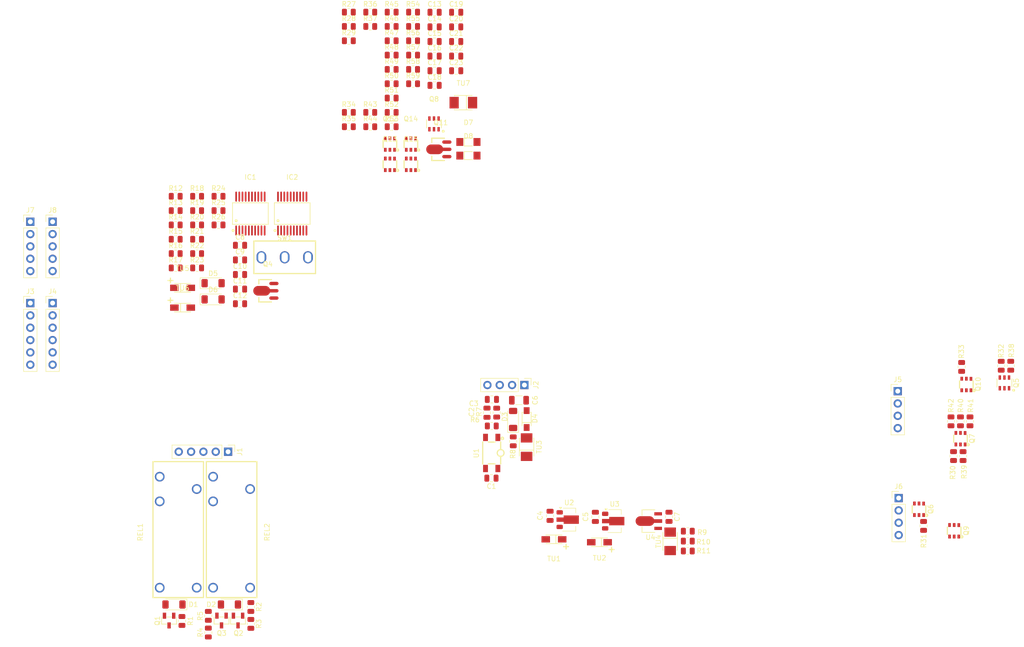
<source format=kicad_pcb>
(kicad_pcb (version 20241229) (generator "pcbnew") (generator_version "9.0")
  (layers (0 "F.Cu" signal) (2 "B.Cu" signal) (13 "F.Paste" user) (15 "B.Paste" user) (5 "F.SilkS" user "F.Silkscreen") (7 "B.SilkS" user "B.Silkscreen") (1 "F.Mask" user) (3 "B.Mask" user) (25 "Edge.Cuts" user))
  (net 0 "")
  (net 1 "/PICs/RA4_T0CKI")
  (net 2 "GND")
  (net 3 "Net-(J2-Pin_4)")
  (net 4 "Net-(U1-AN)")
  (net 5 "Net-(J2-Pin_3)")
  (net 6 "Net-(U2-VI)")
  (net 7 "Net-(D4-A)")
  (net 8 "/PICs/5V_PIC1")
  (net 9 "Net-(IC1-OSC1{slash}CLKIN)")
  (net 10 "/PICs/5V_PIC2")
  (net 11 "Net-(IC2-OSC1{slash}CLKIN)")
  (net 12 "Net-(J7-Pin_2)")
  (net 13 "/CONNECTORS/CONN_J2_5")
  (net 14 "Net-(Q12-B2)")
  (net 15 "Net-(J8-Pin_2)")
  (net 16 "/CONNECTORS/CONN_J3_5")
  (net 17 "/CONNECTORS/CONN_J3_4")
  (net 18 "Net-(Q13-B1)")
  (net 19 "/CONNECTORS/CONN_J2_3")
  (net 20 "/CONNECTORS/CONN_J2_4")
  (net 21 "Net-(Q14-B2)")
  (net 22 "Net-(Q15-B2)")
  (net 23 "Net-(D1-K)")
  (net 24 "Net-(D2-K)")
  (net 25 "+26V")
  (net 26 "Net-(D5-A)")
  (net 27 "Net-(D6-A)")
  (net 28 "/CONNECTORS/14.5V")
  (net 29 "/PICs/RBO{slash}INT")
  (net 30 "/PICs/RB2_PIC1")
  (net 31 "/CONNECTORS/RB3_PIC1")
  (net 32 "Net-(IC1-RA3{slash}AN3)")
  (net 33 "/CONNECTORS/RB4_PIC1")
  (net 34 "/PICs/ICSPCLK1")
  (net 35 "/PICs/RA0_AN0")
  (net 36 "/PICs/VPP_!MCLR1")
  (net 37 "Net-(IC1-RB1)")
  (net 38 "/CONNECTORS/RA2_PIC1")
  (net 40 "/CONNECTORS/RB5_PIC1")
  (net 41 "/PICs/RA1_AN1")
  (net 42 "/PICs/ICSPDAT1")
  (net 43 "/CONNECTORS/RA2_PIC2")
  (net 45 "/CONNECTORS/RB3_PIC2")
  (net 46 "/PICs/ICSPDAT2")
  (net 47 "/PICs/VPP_!MCLR2")
  (net 48 "Net-(IC2-RB5)")
  (net 49 "Net-(IC2-RA3{slash}AN3)")
  (net 50 "/PICs/ICSPCLK2")
  (net 51 "/CONNECTORS/RB4_PIC2")
  (net 52 "/PICs/RB1_PIC2")
  (net 53 "/PICs/RB1_PIC1")
  (net 54 "Net-(Q2-Pad1)")
  (net 55 "Net-(Q2-Pad2)")
  (net 56 "Net-(Q3-Pad1)")
  (net 57 "Net-(Q4-B)")
  (net 58 "Net-(Q4-E)")
  (net 59 "Net-(Q5-Pad1)")
  (net 60 "Net-(Q5-Pad6)")
  (net 61 "Net-(Q5-Pad5)")
  (net 62 "Net-(J6-Pin_3)")
  (net 63 "Net-(Q6-C1)")
  (net 64 "Net-(J6-Pin_1)")
  (net 65 "Net-(Q7-E2)")
  (net 66 "Net-(Q7-C1)")
  (net 67 "Net-(J5-Pin_4)")
  (net 68 "Net-(Q7-E1)")
  (net 69 "Net-(J5-Pin_2)")
  (net 70 "Net-(Q8-Pad2)")
  (net 71 "Net-(Q8-Pad6)")
  (net 72 "Net-(Q8-Pad5)")
  (net 73 "Net-(Q9-C1)")
  (net 74 "Net-(Q9-E2)")
  (net 75 "Net-(Q9-E1)")
  (net 76 "Net-(J6-Pin_2)")
  (net 77 "Net-(J6-Pin_4)")
  (net 78 "Net-(J5-Pin_3)")
  (net 79 "Net-(Q10-C1)")
  (net 80 "Net-(J5-Pin_1)")
  (net 81 "Net-(Q11-E)")
  (net 82 "Net-(Q11-B)")
  (net 87 "Net-(U4-VOUT)")
  (net 88 "Net-(R10-Pad2)")
  (net 89 "Net-(R49-Pad1)")
  (net 90 "Net-(J1-Pin_4)")
  (net 92 "Net-(J1-Pin_5)")
  (net 93 "Net-(J1-Pin_3)")
  (net 95 "Net-(J1-Pin_2)")
  (footprint "easyeda2kicad:CAP-SMD_L3.5-W2.8-R-RD" (layer "F.Cu") (at 162.01 86.45 90)
    (property "Reference" "TU4" (at -0.03 -2.41 90) (layer "F.SilkS"))
    (property "Value" "2.2uF 35V")
    (pad "1" smd rect (at 1.9 0 90) (size 1.9 2.38) (layers "F.Cu" "F.Mask" "F.Paste") (net 87 "Net-(U4-VOUT)"))
    (pad "2" smd rect (at -1.9 0 90) (size 1.9 2.38) (layers "F.Cu" "F.Mask" "F.Paste") (net 2 "GND"))
  )
  (footprint "Resistor_SMD:R_0805_2012Metric" (layer "F.Cu") (at 64.58 30.14)
    (property "Reference" "R23" (at 0 -1.65 0) (layer "F.SilkS"))
    (property "Value" "3.3k")
    (pad "1" smd roundrect (at -0.9125 0) (size 1.025 1.4) (layers "F.Cu" "F.Mask" "F.Paste") (roundrect_rratio 0.243902) (net 10 "/PICs/5V_PIC2"))
    (pad "2" smd roundrect (at 0.9125 0) (size 1.025 1.4) (layers "F.Cu" "F.Mask" "F.Paste") (roundrect_rratio 0.243902) (net 11 "Net-(IC2-OSC1{slash}CLKIN)"))
  )
  (footprint "Resistor_SMD:R_0805_2012Metric" (layer "F.Cu") (at 64.58 21.29)
    (property "Reference" "R20" (at 0 -1.65 0) (layer "F.SilkS"))
    (property "Value" "47k")
    (pad "1" smd roundrect (at -0.9125 0) (size 1.025 1.4) (layers "F.Cu" "F.Mask" "F.Paste") (roundrect_rratio 0.243902) (net 41 "/PICs/RA1_AN1"))
    (pad "2" smd roundrect (at 0.9125 0) (size 1.025 1.4) (layers "F.Cu" "F.Mask" "F.Paste") (roundrect_rratio 0.243902) (net 35 "/PICs/RA0_AN0"))
  )
  (footprint "Resistor_SMD:R_0805_2012Metric" (layer "F.Cu") (at 125.27 62.69 180)
    (property "Reference" "R6" (at 3.47 1.28 0) (layer "F.SilkS"))
    (property "Value" "33k")
    (pad "1" smd roundrect (at -0.9125 0 180) (size 1.025 1.4) (layers "F.Cu" "F.Mask" "F.Paste") (roundrect_rratio 0.243902) (net 4 "Net-(U1-AN)"))
    (pad "2" smd roundrect (at 0.9125 0 180) (size 1.025 1.4) (layers "F.Cu" "F.Mask" "F.Paste") (roundrect_rratio 0.243902) (net 3 "Net-(J2-Pin_4)"))
  )
  (footprint "easyeda2kicad:SOT-457_L2.9-W1.6-P0.95-LS2.80-BR" (layer "F.Cu") (at 221.8 65.309999)
    (property "Reference" "Q7" (at 2.41 -0.029999 90) (layer "F.SilkS"))
    (property "Value" "IMX1T110")
    (pad "1" smd rect (at 0.95 1.190001) (size 0.55 0.8) (layers "F.Cu" "F.Mask" "F.Paste") (net 66 "Net-(Q7-C1)"))
    (pad "2" smd rect (at 0 1.19) (size 0.55 0.8) (layers "F.Cu" "F.Mask" "F.Paste") (net 67 "Net-(J5-Pin_4)"))
    (pad "3" smd rect (at -0.95 1.190001) (size 0.55 0.8) (layers "F.Cu" "F.Mask" "F.Paste") (net 65 "Net-(Q7-E2)"))
    (pad "4" smd rect (at -0.95 -1.190001) (size 0.55 0.8) (layers "F.Cu" "F.Mask" "F.Paste") (net 66 "Net-(Q7-C1)"))
    (pad "5" smd rect (at 0 -1.19) (size 0.55 0.8) (layers "F.Cu" "F.Mask" "F.Paste") (net 69 "Net-(J5-Pin_2)"))
    (pad "6" smd rect (at 0.95 -1.169999) (size 0.55 0.8) (layers "F.Cu" "F.Mask" "F.Paste") (net 68 "Net-(Q7-E1)"))
  )
  (footprint "Resistor_SMD:R_0805_2012Metric" (layer "F.Cu") (at 68.99 18.34)
    (property "Reference" "R25" (at 0 -1.65 0) (layer "F.SilkS"))
    (property "Value" "47k")
    (pad "1" smd roundrect (at -0.9125 0) (size 1.025 1.4) (layers "F.Cu" "F.Mask" "F.Paste") (roundrect_rratio 0.243902) (net 57 "Net-(Q4-B)"))
    (pad "2" smd roundrect (at 0.9125 0) (size 1.025 1.4) (layers "F.Cu" "F.Mask" "F.Paste") (roundrect_rratio 0.243902) (net 2 "GND"))
  )
  (footprint "Resistor_SMD:R_0805_2012Metric" (layer "F.Cu") (at 75.65 99.97 -90)
    (property "Reference" "R2" (at -0.01 -1.67 90) (layer "F.SilkS"))
    (property "Value" "4.7k")
    (pad "1" smd roundrect (at -0.9125 0 270) (size 1.025 1.4) (layers "F.Cu" "F.Mask" "F.Paste") (roundrect_rratio 0.243902) (net 2 "GND"))
    (pad "2" smd roundrect (at 0.9125 0 270) (size 1.025 1.4) (layers "F.Cu" "F.Mask" "F.Paste") (roundrect_rratio 0.243902) (net 54 "Net-(Q2-Pad1)"))
  )
  (footprint "easyeda2kicad:CAP-SMD_L3.2-W1.6-RD-C7171" (layer "F.Cu") (at 147.445 86.635 180)
    (property "Reference" "TU2" (at -0.020001 -3.25 0) (layer "F.SilkS"))
    (property "Value" "10uF 16V")
    (pad "1" smd rect (at -1.689999 0) (size 1.76 1.3) (layers "F.Cu" "F.Mask" "F.Paste") (net 10 "/PICs/5V_PIC2"))
    (pad "2" smd rect (at 1.689999 0) (size 1.76 1.3) (layers "F.Cu" "F.Mask" "F.Paste") (net 2 "GND"))
  )
  (footprint "Connector_PinHeader_2.54mm:PinHeader_1x05_P2.54mm_Vertical" (layer "F.Cu") (at 34.82 20.63)
    (property "Reference" "J8" (at 0 -2.38 0) (layer "F.SilkS"))
    (property "Value" "Conn_01x05_Pin")
    (pad "1" thru_hole rect (at 0 0) (size 1.7 1.7) (drill 1) (layers "*.Cu" "*.Mask"))
    (pad "2" thru_hole circle (at 0 2.54) (size 1.7 1.7) (drill 1) (layers "*.Cu" "*.Mask") (net 15 "Net-(J8-Pin_2)"))
    (pad "3" thru_hole circle (at 0 5.08) (size 1.7 1.7) (drill 1) (layers "*.Cu" "*.Mask") (net 19 "/CONNECTORS/CONN_J2_3"))
    (pad "4" thru_hole circle (at 0 7.62) (size 1.7 1.7) (drill 1) (layers "*.Cu" "*.Mask") (net 20 "/CONNECTORS/CONN_J2_4"))
    (pad "5" thru_hole circle (at 0 10.16) (size 1.7 1.7) (drill 1) (layers "*.Cu" "*.Mask") (net 13 "/CONNECTORS/CONN_J2_5"))
  )
  (footprint "Capacitor_SMD:C_0805_2012Metric" (layer "F.Cu") (at 117.94 -16.49)
    (property "Reference" "C21" (at 0 -1.68 0) (layer "F.SilkS"))
    (property "Value" "50V 1.5nF")
    (pad "1" smd roundrect (at -0.95 0) (size 1 1.45) (layers "F.Cu" "F.Mask" "F.Paste") (net 20 "/CONNECTORS/CONN_J2_4"))
    (pad "2" smd roundrect (at 0.95 0) (size 1 1.45) (layers "F.Cu" "F.Mask" "F.Paste") (net 2 "GND"))
  )
  (footprint "Diode_SMD:D_MiniMELF" (layer "F.Cu") (at 67.875 36.625)
    (property "Reference" "D6" (at 0 -2 0) (layer "F.SilkS"))
    (property "Value" "BZV55B36")
    (pad "1" smd roundrect (at -1.75 0) (size 1.3 1.7) (layers "F.Cu" "F.Mask" "F.Paste") (roundrect_rratio 0.1923076923) (net 10 "/PICs/5V_PIC2"))
    (pad "2" smd roundrect (at 1.75 0) (size 1.3 1.7) (layers "F.Cu" "F.Mask" "F.Paste") (roundrect_rratio 0.1923076923) (net 27 "Net-(D6-A)"))
  )
  (footprint "Resistor_SMD:R_0805_2012Metric" (layer "F.Cu") (at 230.19 50.29 -90)
    (property "Reference" "R32" (at -3.0375 0.01 90) (layer "F.SilkS"))
    (property "Value" "10R")
    (pad "1" smd roundrect (at -0.9125 0 270) (size 1.025 1.4) (layers "F.Cu" "F.Mask" "F.Paste") (roundrect_rratio 0.243902) (net 28 "/CONNECTORS/14.5V"))
    (pad "2" smd roundrect (at 0.9125 0 270) (size 1.025 1.4) (layers "F.Cu" "F.Mask" "F.Paste") (roundrect_rratio 0.243902) (net 61 "Net-(Q5-Pad5)"))
  )
  (footprint "easyeda2kicad:CAP-SMD_L3.2-W1.6-RD-C7171" (layer "F.Cu") (at 61.59 38.32)
    (property "Reference" "TU6" (at 0 -4 0) (layer "F.SilkS"))
    (property "Value" "10uF 16V")
    (pad "1" smd rect (at -1.69 0 180) (size 1.76 1.3) (layers "F.Cu" "F.Mask" "F.Paste") (net 27 "Net-(D6-A)"))
    (pad "2" smd rect (at 1.69 0 180) (size 1.76 1.3) (layers "F.Cu" "F.Mask" "F.Paste") (net 2 "GND"))
  )
  (footprint "Resistor_SMD:R_0805_2012Metric" (layer "F.Cu") (at 95.83 -19.59)
    (property "Reference" "R28" (at 0 -1.65 0) (layer "F.SilkS"))
    (property "Value" "330R")
    (pad "1" smd roundrect (at -0.9125 0) (size 1.025 1.4) (layers "F.Cu" "F.Mask" "F.Paste") (roundrect_rratio 0.243902) (net 2 "GND"))
    (pad "2" smd roundrect (at 0.9125 0) (size 1.025 1.4) (layers "F.Cu" "F.Mask" "F.Paste") (roundrect_rratio 0.243902) (net 76 "Net-(J6-Pin_2)"))
  )
  (footprint "easyeda2kicad:CAP-SMD_L3.5-W2.8-R-RD" (layer "F.Cu") (at 119.415 -3.9)
    (property "Reference" "TU7" (at 0 -4 0) (layer "F.SilkS"))
    (property "Value" "3.3uF 35V")
    (pad "1" smd rect (at 1.9 0) (size 1.9 2.38) (layers "F.Cu" "F.Mask" "F.Paste") (net 16 "/CONNECTORS/CONN_J3_5"))
    (pad "2" smd rect (at -1.9 0) (size 1.9 2.38) (layers "F.Cu" "F.Mask" "F.Paste") (net 2 "GND"))
  )
  (footprint "easyeda2kicad:SOT-89-3_L4.5-W2.5-P1.50-LS4.0-TR" (layer "F.Cu") (at 114.765 5.72)
    (property "Reference" "Q11" (at 0 -5.5 0) (layer "F.SilkS"))
    (property "Value" "BST50,115")
    (pad "1" smd oval (at 1.25 -1.5 270) (size 0.7 1.9) (layers "F.Cu" "F.Mask" "F.Paste") (net 81 "Net-(Q11-E)"))
    (pad "2" smd oval (at -1.25 0 270) (size 2 3.5) (layers "F.Cu" "F.Mask" "F.Paste") (net 12 "Net-(J7-Pin_2)"))
    (pad "2" smd oval (at 1.15 0 270) (size 0.7 2.1) (layers "F.Cu" "F.Mask" "F.Paste") (net 12 "Net-(J7-Pin_2)"))
    (pad "3" smd oval (at 1.25 1.5 270) (size 0.7 1.9) (layers "F.Cu" "F.Mask" "F.Paste") (net 82 "Net-(Q11-B)"))
  )
  (footprint "Resistor_SMD:R_0805_2012Metric" (layer "F.Cu") (at 104.65 -7.79)
    (property "Reference" "R50" (at 0 -1.65 0) (layer "F.SilkS"))
    (property "Value" "10k")
    (pad "1" smd roundrect (at -0.9125 0) (size 1.025 1.4) (layers "F.Cu" "F.Mask" "F.Paste") (roundrect_rratio 0.243902) (net 2 "GND"))
    (pad "2" smd roundrect (at 0.9125 0) (size 1.025 1.4) (layers "F.Cu" "F.Mask" "F.Paste") (roundrect_rratio 0.243902) (net 43 "/CONNECTORS/RA2_PIC2"))
  )
  (footprint "Resistor_SMD:R_0805_2012Metric" (layer "F.Cu") (at 60.17 15.39)
    (property "Reference" "R12" (at 0 -1.65 0) (layer "F.SilkS"))
    (property "Value" "1k")
    (pad "1" smd roundrect (at -0.9125 0) (size 1.025 1.4) (layers "F.Cu" "F.Mask" "F.Paste") (roundrect_rratio 0.243902) (net 53 "/PICs/RB1_PIC1"))
    (pad "2" smd roundrect (at 0.9125 0) (size 1.025 1.4) (layers "F.Cu" "F.Mask" "F.Paste") (roundrect_rratio 0.243902) (net 37 "Net-(IC1-RB1)"))
  )
  (footprint "Capacitor_SMD:C_0805_2012Metric" (layer "F.Cu") (at 113.49 -10.47)
    (property "Reference" "C17" (at 0 -1.68 0) (layer "F.SilkS"))
    (property "Value" "50V 1.5nF")
    (pad "1" smd roundrect (at -0.95 0) (size 1 1.45) (layers "F.Cu" "F.Mask" "F.Paste") (net 2 "GND"))
    (pad "2" smd roundrect (at 0.95 0) (size 1 1.45) (layers "F.Cu" "F.Mask" "F.Paste") (net 17 "/CONNECTORS/CONN_J3_4"))
  )
  (footprint "Resistor_SMD:R_0805_2012Metric" (layer "F.Cu") (at 126.28 59.94 -90)
    (property "Reference" "R7" (at -0.17 3.63 90) (layer "F.SilkS"))
    (property "Value" "3.3k")
    (pad "1" smd roundrect (at -0.9125 0 270) (size 1.025 1.4) (layers "F.Cu" "F.Mask" "F.Paste") (roundrect_rratio 0.243902) (net 5 "Net-(J2-Pin_3)"))
    (pad "2" smd roundrect (at 0.9125 0 270) (size 1.025 1.4) (layers "F.Cu" "F.Mask" "F.Paste") (roundrect_rratio 0.243902) (net 4 "Net-(U1-AN)"))
  )
  (footprint "Resistor_SMD:R_0805_2012Metric" (layer "F.Cu") (at 104.65 1.06)
    (property "Reference" "R53" (at 0 -1.65 0) (layer "F.SilkS"))
    (property "Value" "270R")
    (pad "1" smd roundrect (at -0.9125 0) (size 1.025 1.4) (layers "F.Cu" "F.Mask" "F.Paste") (roundrect_rratio 0.243902) (net 20 "/CONNECTORS/CONN_J2_4"))
    (pad "2" smd roundrect (at 0.9125 0) (size 1.025 1.4) (layers "F.Cu" "F.Mask" "F.Paste") (roundrect_rratio 0.243902) (net 89 "Net-(R49-Pad1)"))
  )
  (footprint "Resistor_SMD:R_0805_2012Metric" (layer "F.Cu") (at 221.8 61.74 -90)
    (property "Reference" "R40" (at -3.2575 -0.04 90) (layer "F.SilkS"))
    (property "Value" "150R")
    (pad "1" smd roundrect (at -0.9125 0 270) (size 1.025 1.4) (layers "F.Cu" "F.Mask" "F.Paste") (roundrect_rratio 0.243902) (net 2 "GND"))
    (pad "2" smd roundrect (at 0.9125 0 270) (size 1.025 1.4) (layers "F.Cu" "F.Mask" "F.Paste") (roundrect_rratio 0.243902) (net 69 "Net-(J5-Pin_2)"))
  )
  (footprint "Resistor_SMD:R_0805_2012Metric" (layer "F.Cu") (at 104.65 -1.89)
    (property "Reference" "R52" (at 0 -1.65 0) (layer "F.SilkS"))
    (property "Value" "100k")
    (pad "1" smd roundrect (at -0.9125 0) (size 1.025 1.4) (layers "F.Cu" "F.Mask" "F.Paste") (roundrect_rratio 0.243902) (net 14 "Net-(Q12-B2)"))
    (pad "2" smd roundrect (at 0.9125 0) (size 1.025 1.4) (layers "F.Cu" "F.Mask" "F.Paste") (roundrect_rratio 0.243902) (net 42 "/PICs/ICSPDAT1"))
  )
  (footprint "Resistor_SMD:R_0805_2012Metric" (layer "F.Cu") (at 66.89 105.2325 90)
    (property "Reference" "R4" (at 0 -1.65 90) (layer "F.SilkS"))
    (property "Value" "1k")
    (pad "1" smd roundrect (at -0.9125 0 90) (size 1.025 1.4) (layers "F.Cu" "F.Mask" "F.Paste") (roundrect_rratio 0.243902) (net 30 "/PICs/RB2_PIC1"))
    (pad "2" smd roundrect (at 0.9125 0 90) (size 1.025 1.4) (layers "F.Cu" "F.Mask" "F.Paste") (roundrect_rratio 0.243902) (net 56 "Net-(Q3-Pad1)"))
  )
  (footprint "Capacitor_SMD:C_0805_2012Metric" (layer "F.Cu") (at 73.42 37.52)
    (property "Reference" "C12" (at 0 -1.68 0) (layer "F.SilkS"))
    (property "Value" "50V 68pF")
    (pad "1" smd roundrect (at -0.95 0) (size 1 1.45) (layers "F.Cu" "F.Mask" "F.Paste") (net 11 "Net-(IC2-OSC1{slash}CLKIN)"))
    (pad "2" smd roundrect (at 0.95 0) (size 1 1.45) (layers "F.Cu" "F.Mask" "F.Paste") (net 2 "GND"))
  )
  (footprint "Diode_SMD:D_MiniMELF" (layer "F.Cu") (at 67.875 33.285)
    (property "Reference" "D5" (at 0 -2 0) (layer "F.SilkS"))
    (property "Value" "BZV55B36")
    (pad "1" smd roundrect (at -1.75 0) (size 1.3 1.7) (layers "F.Cu" "F.Mask" "F.Paste") (roundrect_rratio 0.1923076923) (net 8 "/PICs/5V_PIC1"))
    (pad "2" smd roundrect (at 1.75 0) (size 1.3 1.7) (layers "F.Cu" "F.Mask" "F.Paste") (roundrect_rratio 0.1923076923) (net 26 "Net-(D5-A)"))
  )
  (footprint "Resistor_SMD:R_0805_2012Metric" (layer "F.Cu") (at 129.69 65.86 90)
    (property "Reference" "R8" (at -2.62 -0.07 90) (layer "F.SilkS"))
    (property "Value" "10R")
    (pad "1" smd roundrect (at -0.9125 0 90) (size 1.025 1.4) (layers "F.Cu" "F.Mask" "F.Paste") (roundrect_rratio 0.243902) (net 6 "Net-(U2-VI)"))
    (pad "2" smd roundrect (at 0.9125 0 90) (size 1.025 1.4) (layers "F.Cu" "F.Mask" "F.Paste") (roundrect_rratio 0.243902) (net 25 "+26V"))
  )
  (footprint "Resistor_SMD:R_0805_2012Metric" (layer "F.Cu") (at 109.06 -19.59)
    (property "Reference" "R55" (at 0 -1.65 0) (layer "F.SilkS"))
    (property "Value" "27k")
    (pad "1" smd roundrect (at -0.9125 0) (size 1.025 1.4) (layers "F.Cu" "F.Mask" "F.Paste") (roundrect_rratio 0.243902) (net 14 "Net-(Q12-B2)"))
    (pad "2" smd roundrect (at 0.9125 0) (size 1.025 1.4) (layers "F.Cu" "F.Mask" "F.Paste") (roundrect_rratio 0.243902) (net 2 "GND"))
  )
  (footprint "easyeda2kicad:CAP-SMD_L3.2-W1.6-RD-C7171" (layer "F.Cu") (at 138.075 86.0375 180)
    (property "Reference" "TU1" (at 0 -4 0) (layer "F.SilkS"))
    (property "Value" "10uF 16V")
    (pad "1" smd rect (at -1.689999 0) (size 1.76 1.3) (layers "F.Cu" "F.Mask" "F.Paste") (net 8 "/PICs/5V_PIC1"))
    (pad "2" smd rect (at 1.689999 0) (size 1.76 1.3) (layers "F.Cu" "F.Mask" "F.Paste") (net 2 "GND"))
  )
  (footprint "easyeda2kicad:RELAY-TH_TE_V23057BXXX" (layer "F.Cu") (at 71.69 84.57 90)
    (property "Reference" "REL2" (at 0 7.31 90) (layer "F.SilkS"))
    (property "Value" "V23057-B0006-A101")
    (pad "3" thru_hole circle (at 11.43 -3.81 180) (size 2 2) (drill 1.399997) (layers "*.Cu" "*.Mask"))
    (pad "4" thru_hole circle (at 8.89 3.81 180) (size 2 2) (drill 1.399997) (layers "*.Cu" "*.Mask") (net 95 "Net-(J1-Pin_2)"))
    (pad "5" thru_hole circle (at 6.35 -3.81 180) (size 2 2) (drill 1.399997) (layers "*.Cu" "*.Mask") (net 93 "Net-(J1-Pin_3)"))
    (pad "A1" thru_hole circle (at -11.43 3.81 180) (size 2 2) (drill 1.399997) (layers "*.Cu" "*.Mask") (net 24 "Net-(D2-K)"))
    (pad "A2" thru_hole circle (at -11.43 -3.81 180) (size 2 2) (drill 1.399997) (layers "*.Cu" "*.Mask") (net 2 "GND"))
  )
  (footprint "Connector_PinHeader_2.54mm:PinHeader_1x06_P2.54mm_Vertical" (layer "F.Cu") (at 34.82 37.38)
    (property "Reference" "J4" (at 0 -2.38 0) (layer "F.SilkS"))
    (property "Value" "Conn_01x06_Pin")
    (pad "1" thru_hole rect (at 0 0) (size 1.7 1.7) (drill 1) (layers "*.Cu" "*.Mask") (net 47 "/PICs/VPP_!MCLR2"))
    (pad "2" thru_hole circle (at 0 2.54) (size 1.7 1.7) (drill 1) (layers "*.Cu" "*.Mask"))
    (pad "3" thru_hole circle (at 0 5.08) (size 1.7 1.7) (drill 1) (layers "*.Cu" "*.Mask"))
    (pad "4" thru_hole circle (at 0 7.62) (size 1.7 1.7) (drill 1) (layers "*.Cu" "*.Mask") (net 46 "/PICs/ICSPDAT2"))
    (pad "5" thru_hole circle (at 0 10.16) (size 1.7 1.7) (drill 1) (layers "*.Cu" "*.Mask") (net 50 "/PICs/ICSPCLK2"))
    (pad "6" thru_hole circle (at 0 12.7) (size 1.7 1.7) (drill 1) (layers "*.Cu" "*.Mask"))
  )
  (footprint "Connector_PinHeader_2.54mm:PinHeader_1x04_P2.54mm_Vertical" (layer "F.Cu") (at 208.88 55.52)
    (property "Reference" "J5" (at 0 -2.38 0) (layer "F.SilkS"))
    (property "Value" "Conn_01x04_Pin")
    (pad "1" thru_hole rect (at 0 0) (size 1.7 1.7) (drill 1) (layers "*.Cu" "*.Mask") (net 80 "Net-(J5-Pin_1)"))
    (pad "2" thru_hole circle (at 0 2.54) (size 1.7 1.7) (drill 1) (layers "*.Cu" "*.Mask") (net 69 "Net-(J5-Pin_2)"))
    (pad "3" thru_hole circle (at 0 5.08) (size 1.7 1.7) (drill 1) (layers "*.Cu" "*.Mask") (net 78 "Net-(J5-Pin_3)"))
    (pad "4" thru_hole circle (at 0 7.62) (size 1.7 1.7) (drill 1) (layers "*.Cu" "*.Mask") (net 67 "Net-(J5-Pin_4)"))
  )
  (footprint "Resistor_SMD:R_0805_2012Metric" (layer "F.Cu") (at 214.2 83.2725 -90)
    (property "Reference" "R31" (at 3.1075 -0.03 90) (layer "F.SilkS"))
    (property "Value" "100R")
    (pad "1" smd roundrect (at -0.9125 0 270) (size 1.025 1.4) (layers "F.Cu" "F.Mask" "F.Paste") (roundrect_rratio 0.243902) (net 63 "Net-(Q6-C1)"))
    (pad "2" smd roundrect (at 0.9125 0 270) (size 1.025 1.4) (layers "F.Cu" "F.Mask" "F.Paste") (roundrect_rratio 0.243902) (net 70 "Net-(Q8-Pad2)"))
  )
  (footprint "Resistor_SMD:R_0805_2012Metric" (layer "F.Cu") (at 60.17 30.14)
    (property "Reference" "R17" (at 0 -1.65 0) (layer "F.SilkS"))
    (property "Value" "1k")
    (pad "1" smd roundrect (at -0.9125 0) (size 1.025 1.4) (layers "F.Cu" "F.Mask" "F.Paste") (roundrect_rratio 0.243902) (net 27 "Net-(D6-A)"))
    (pad "2" smd roundrect (at 0.9125 0) (size 1.025 1.4) (layers "F.Cu" "F.Mask" "F.Paste") (roundrect_rratio 0.243902) (net 47 "/PICs/VPP_!MCLR2"))
  )
  (footprint "Resistor_SMD:R_0805_2012Metric" (layer "F.Cu") (at 100.24 1.06)
    (property "Reference" "R44" (at 0 -1.65 0) (layer "F.SilkS"))
    (property "Value" "47k")
    (pad "1" smd roundrect (at -0.9125 0) (size 1.025 1.4) (layers "F.Cu" "F.Mask" "F.Paste") (roundrect_rratio 0.243902) (net 82 "Net-(Q11-B)"))
    (pad "2" smd roundrect (at 0.9125 0) (size 1.025 1.4) (layers "F.Cu" "F.Mask" "F.Paste") (roundrect_rratio 0.243902) (net 2 "GND"))
  )
  (footprint "Resistor_SMD:R_0805_2012Metric" (layer "F.Cu") (at 165.64 88.44)
    (property "Reference" "R11" (at 3.28 -0.04 0) (layer "F.SilkS"))
    (property "Value" "33k")
    (pad "1" smd roundrect (at -0.9125 0) (size 1.025 1.4) (layers "F.Cu" "F.Mask" "F.Paste") (roundrect_rratio 0.243902) (net 28 "/CONNECTORS/14.5V"))
    (pad "2" smd roundrect (at 0.9125 0) (size 1.025 1.4) (layers "F.Cu" "F.Mask" "F.Paste") (roundrect_rratio 0.243902) (net 2 "GND"))
  )
  (footprint "Resistor_SMD:R_0805_2012Metric" (layer "F.Cu") (at 64.58 15.39)
    (property "Reference" "R18" (at 0 -1.65 0) (layer "F.SilkS"))
    (property "Value" "47k")
    (pad "1" smd roundrect (at -0.9125 0) (size 1.025 1.4) (layers "F.Cu" "F.Mask" "F.Paste") (roundrect_rratio 0.243902) (net 49 "Net-(IC2-RA3{slash}AN3)"))
    (pad "2" smd roundrect (at 0.9125 0) (size 1.025 1.4) (layers "F.Cu" "F.Mask" "F.Paste") (roundrect_rratio 0.243902) (net 35 "/PICs/RA0_AN0"))
  )
  (footprint "easyeda2kicad:SOT-457_L2.9-W1.6-P0.95-LS2.80-BR" (layer "F.Cu") (at 220.5 84.28)
    (property "Reference" "Q9" (at 2.5 -0.03 90) (layer "F.SilkS"))
    (property "Value" "IMX1T110")
    (pad "1" smd rect (at 0.95 1.19) (size 0.55 0.8) (layers "F.Cu" "F.Mask" "F.Paste") (net 73 "Net-(Q9-C1)"))
    (pad "2" smd rect (at 0 1.19) (size 0.55 0.8) (layers "F.Cu" "F.Mask" "F.Paste") (net 76 "Net-(J6-Pin_2)"))
    (pad "3" smd rect (at -0.95 1.19) (size 0.55 0.8) (layers "F.Cu" "F.Mask" "F.Paste") (net 74 "Net-(Q9-E2)"))
    (pad "4" smd rect (at -0.95 -1.19) (size 0.55 0.8) (layers "F.Cu" "F.Mask" "F.Paste") (net 73 "Net-(Q9-C1)"))
    (pad "5" smd rect (at 0 -1.19) (size 0.55 0.8) (layers "F.Cu" "F.Mask" "F.Paste") (net 77 "Net-(J6-Pin_4)"))
    (pad "6" smd rect (at 0.95 -1.17) (size 0.55 0.8) (layers "F.Cu" "F.Mask" "F.Paste") (net 75 "Net-(Q9-E1)"))
  )
  (footprint "easyeda2kicad:SSOP-20_L7.2-W5.3-P0.65-LS7.8-BL" (layer "F.Cu") (at 75.555 18.945)
    (property "Reference" "IC1" (at 0 -7.49 0) (layer "F.SilkS"))
    (property "Value" "PIC16C620A-04/SS")
    (pad "1" smd oval (at -2.93 3.49) (size 0.36 2.08) (layers "F.Cu" "F.Mask" "F.Paste") (net 38 "/CONNECTORS/RA2_PIC1"))
    (pad "2" smd oval (at -2.28 3.49) (size 0.36 2.08) (layers "F.Cu" "F.Mask" "F.Paste") (net 32 "Net-(IC1-RA3{slash}AN3)"))
    (pad "3" smd oval (at -1.63 3.49) (size 0.36 2.08) (layers "F.Cu" "F.Mask" "F.Paste") (net 1 "/PICs/RA4_T0CKI"))
    (pad "4" smd oval (at -0.98 3.49) (size 0.36 2.08) (layers "F.Cu" "F.Mask" "F.Paste") (net 36 "/PICs/VPP_!MCLR1"))
    (pad "5" smd oval (at -0.32 3.49) (size 0.36 2.08) (layers "F.Cu" "F.Mask" "F.Paste") (net 2 "GND"))
    (pad "6" smd oval (at 0.33 3.49) (size 0.36 2.08) (layers "F.Cu" "F.Mask" "F.Paste") (net 2 "GND"))
    (pad "7" smd oval (at 0.98 3.49) (size 0.36 2.08) (layers "F.Cu" "F.Mask" "F.Paste") (net 29 "/PICs/RBO{slash}INT"))
    (pad "8" smd oval (at 1.63 3.49) (size 0.36 2.08) (layers "F.Cu" "F.Mask" "F.Paste") (net 37 "Net-(IC1-RB1)"))
    (pad "9" smd oval (at 2.28 3.49) (size 0.36 2.08) (layers "F.Cu" "F.Mask" "F.Paste") (net 30 "/PICs/RB2_PIC1"))
    (pad "10" smd oval (at 2.93 3.49) (size 0.36 2.08) (layers "F.Cu" "F.Mask" "F.Paste") (net 31 "/CONNECTORS/RB3_PIC1"))
    (pad "11" smd oval (at 2.93 -3.49) (size 0.36 2.08) (layers "F.Cu" "F.Mask" "F.Paste") (net 33 "/CONNECTORS/RB4_PIC1"))
    (pad "12" smd oval (at 2.28 -3.49) (size 0.36 2.08) (layers "F.Cu" "F.Mask" "F.Paste") (net 40 "/CONNECTORS/RB5_PIC1"))
    (pad "13" smd oval (at 1.63 -3.49) (size 0.36 2.08) (layers "F.Cu" "F.Mask" "F.Paste") (net 34 "/PICs/ICSPCLK1"))
    (pad "14" smd oval (at 0.98 -3.49) (size 0.36 2.08) (layers "F.Cu" "F.Mask" "F.Paste") (net 42 "/PICs/ICSPDAT1"))
    (pad "15" smd oval (at 0.33 -3.49) (size 0.36 2.08) (layers "F.Cu" "F.Mask" "F.Paste") (net 8 "/PICs/5V_PIC1"))
    (pad "16" smd oval (at -0.32 -3.49) (size 0.36 2.08) (layers "F.Cu" "F.Mask" "F.Paste") (net 8 "/PICs/5V_PIC1"))
    (pad "17" smd oval (at -0.98 -3.49) (size 0.36 2.08) (layers "F.Cu" "F.Mask" "F.Paste"))
    (pad "18" smd oval (at -1.63 -3.49) (size 0.36 2.08) (layers "F.Cu" "F.Mask" "F.Paste") (net 9 "Net-(IC1-OSC1{slash}CLKIN)"))
    (pad "19" smd oval (at -2.28 -3.49) (size 0.36 2.08) (layers "F.Cu" "F.Mask" "F.Paste") (net 35 "/PICs/RA0_AN0"))
    (pad "20" smd oval (at -2.93 -3.49) (size 0.36 2.08) (layers "F.Cu" "F.Mask" "F.Paste") (net 41 "/PICs/RA1_AN1"))
  )
  (footprint "easyeda2kicad:SOT-23-3_L2.9-W1.3-P1.90-LS2.4-BR" (layer "F.Cu") (at 58.81 102.77 90)
    (property "Reference" "Q1" (at -0.04 -2.4 90) (layer "F.SilkS"))
    (property "Value" "MMBTRA101SS")
    (pad "1" smd rect (at 1 0.95 90) (size 1.25 0.7) (layers "F.Cu" "F.Mask" "F.Paste") (net 53 "/PICs/RB1_PIC1"))
    (pad "2" smd rect (at 1 -0.95 90) (size 1.25 0.7) (layers "F.Cu" "F.Mask" "F.Paste") (net 2 "GND"))
    (pad "3" smd rect (at -1 0 90) (size 1.25 0.7) (layers "F.Cu" "F.Mask" "F.Paste") (net 23 "Net-(D1-K)"))
  )
  (footprint "Capacitor_SMD:C_0805_2012Metric" (layer "F.Cu") (at 73.42 25.48)
    (property "Reference" "C8" (at 0 -1.68 0) (layer "F.SilkS"))
    (property "Value" "50V 1.5nF")
    (pad "1" smd roundrect (at -0.95 0) (size 1 1.45) (layers "F.Cu" "F.Mask" "F.Paste") (net 8 "/PICs/5V_PIC1"))
    (pad "2" smd roundrect (at 0.95 0) (size 1 1.45) (layers "F.Cu" "F.Mask" "F.Paste") (net 2 "GND"))
  )
  (footprint "Resistor_SMD:R_0805_2012Metric" (layer "F.Cu") (at 220.37 68.89 90)
    (property "Reference" "R30" (at -3.41 -0.15 90) (layer "F.SilkS"))
    (property "Value" "100R")
    (pad "1" smd roundrect (at -0.9125 0 90) (size 1.025 1.4) (layers "F.Cu" "F.Mask" "F.Paste") (roundrect_rratio 0.243902) (net 2 "GND"))
    (pad "2" smd roundrect (at 0.9125 0 90) (size 1.025 1.4) (layers "F.Cu" "F.Mask" "F.Paste") (roundrect_rratio 0.243902) (net 65 "Net-(Q7-E2)"))
  )
  (footprint "Package_TO_SOT_SMD:SOT-89-3" (layer "F.Cu") (at 141.205 81.985)
    (property "Reference" "U2" (at 0 -3.5 0) (layer "F.SilkS"))
    (property "Value" "78L05G-AB3-R")
    (pad "1" smd roundrect (at -1.95 -1.5) (size 1.3 0.9) (layers "F.Cu" "F.Mask" "F.Paste") (net 6 "Net-(U2-VI)"))
    (pad "2" smd custom (at -1.862499 0) (size 1.475 0.9) (layers "F.Cu" "F.Mask" "F.Paste") (net 2 "GND") (options (clearance outline) (anchor rect)) (primitives (gr_poly (pts (xy 3.8625 0.8665) (xy 0.7375 0.8665) (xy 0.7375 -0.8665) (xy 3.8625 -0.8665)) (width 0) (fill yes))))
    (pad "3" smd roundrect (at -1.95 1.5) (size 1.3 0.9) (layers "F.Cu" "F.Mask" "F.Paste") (net 8 "/PICs/5V_PIC1"))
  )
  (footprint "Resistor_SMD:R_0805_2012Metric" (layer "F.Cu") (at 61.46 102.85 -90)
    (property "Reference" "R1" (at 0 -1.74 90) (layer "F.SilkS"))
    (property "Value" "1k")
    (pad "1" smd roundrect (at -0.9125 0 270) (size 1.025 1.4) (layers "F.Cu" "F.Mask" "F.Paste") (roundrect_rratio 0.243902) (net 53 "/PICs/RB1_PIC1"))
    (pad "2" smd roundrect (at 0.9125 0 270) (size 1.025 1.4) (layers "F.Cu" "F.Mask" "F.Paste") (roundrect_rratio 0.243902) (net 2 "GND"))
  )
  (footprint "Capacitor_SMD:C_0805_2012Metric" (layer "F.Cu") (at 161.77 81.4 -90)
    (property "Reference" "C7" (at 0 -1.679999 90) (layer "F.SilkS"))
    (property "Value" "50V 1.5nF")
    (pad "1" smd roundrect (at -0.949999 0 270) (size 1 1.45) (layers "F.Cu" "F.Mask" "F.Paste") (net 6 "Net-(U2-VI)"))
    (pad "2" smd roundrect (at 0.949999 0 270) (size 1 1.45) (layers "F.Cu" "F.Mask" "F.Paste") (net 2 "GND"))
  )
  (footprint "easyeda2kicad:CAP-SMD_L3.5-W2.8-R-RD" (layer "F.Cu") (at 132.44 67.05 -90)
    (property "Reference" "TU3" (at -0.04 -2.57 90) (layer "F.SilkS"))
    (property "Value" "3.3uF 35V")
    (pad "1" smd rect (at 1.9 0 270) (size 1.9 2.38) (layers "F.Cu" "F.Mask" "F.Paste") (net 2 "GND"))
    (pad "2" smd rect (at -1.9 0 270) (size 1.9 2.38) (layers "F.Cu" "F.Mask" "F.Paste") (net 25 "+26V"))
  )
  (footprint "Resistor_SMD:R_0805_2012Metric" (layer "F.Cu") (at 100.24 -19.59)
    (property "Reference" "R37" (at 0 -1.65 0) (layer "F.SilkS"))
    (property "Value" "270R")
    (pad "1" smd roundrect (at -0.9125 0) (size 1.025 1.4) (layers "F.Cu" "F.Mask" "F.Paste") (roundrect_rratio 0.243902) (net 2 "GND"))
    (pad "2" smd roundrect (at 0.9125 0) (size 1.025 1.4) (layers "F.Cu" "F.Mask" "F.Paste") (roundrect_rratio 0.243902) (net 74 "Net-(Q9-E2)"))
  )
  (footprint "easyeda2kicad:CAP-SMD_L3.2-W1.6-RD-C7171" (layer "F.Cu") (at 61.59 34.24)
    (property "Reference" "TU5" (at 0 -4 0) (layer "F.SilkS"))
    (property "Value" "10uF 16V")
    (pad "1" smd rect (at -1.69 0 180) (size 1.76 1.3) (layers "F.Cu" "F.Mask" "F.Paste") (net 26 "Net-(D5-A)"))
    (pad "2" smd rect (at 1.69 0 180) (size 1.76 1.3) (layers "F.Cu" "F.Mask" "F.Paste") (net 2 "GND"))
  )
  (footprint "Resistor_SMD:R_0805_2012Metric" (layer "F.Cu") (at 104.65 -4.84)
    (property "Reference" "R51" (at 0 -1.65 0) (layer "F.SilkS"))
    (property "Value" "10k")
    (pad "1" smd roundrect (at -0.9125 0) (size 1.025 1.4) (layers "F.Cu" "F.Mask" "F.Paste") (roundrect_rratio 0.243902) (net 2 "GND"))
    (pad "2" smd roundrect (at 0.9125 0) (size 1.025 1.4) (layers "F.Cu" "F.Mask" "F.Paste") (roundrect_rratio 0.243902) (net 38 "/CONNECTORS/RA2_PIC1"))
  )
  (footprint "Capacitor_SMD:C_0805_2012Metric" (layer "F.Cu") (at 113.49 -19.5)
    (property "Reference" "C14" (at 0 -1.68 0) (layer "F.SilkS"))
    (property "Value" "50V 1.5nF")
    (pad "1" smd roundrect (at -0.95 0) (size 1 1.45) (layers "F.Cu" "F.Mask" "F.Paste") (net 13 "/CONNECTORS/CONN_J2_5"))
    (pad "2" smd roundrect (at 0.95 0) (size 1 1.45) (layers "F.Cu" "F.Mask" "F.Paste") (net 2 "GND"))
  )
  (footprint "Resistor_SMD:R_0805_2012Metric" (layer "F.Cu") (at 60.17 18.34)
    (property "Reference" "R13" (at 0 -1.65 0) (layer "F.SilkS"))
    (property "Value" "1k")
    (pad "1" smd roundrect (at -0.9125 0) (size 1.025 1.4) (layers "F.Cu" "F.Mask" "F.Paste") (roundrect_rratio 0.243902) (net 26 "Net-(D5-A)"))
    (pad "2" smd roundrect (at 0.9125 0) (size 1.025 1.4) (layers "F.Cu" "F.Mask" "F.Paste") (roundrect_rratio 0.243902) (net 36 "/PICs/VPP_!MCLR1"))
  )
  (footprint "Diode_SMD:D_MiniMELF" (layer "F.Cu") (at 71.24 99.46 180)
    (property "Reference" "D2" (at 3.75 0 0) (layer "F.SilkS"))
    (property "Value" "BZV55B36")
    (pad "1" smd roundrect (at -1.75 0 180) (size 1.3 1.7) (layers "F.Cu" "F.Mask" "F.Paste") (roundrect_rratio 0.1923076923) (net 24 "Net-(D2-K)"))
    (pad "2" smd roundrect (at 1.75 0 180) (size 1.3 1.7) (layers "F.Cu" "F.Mask" "F.Paste") (roundrect_rratio 0.1923076923) (net 2 "GND"))
  )
  (footprint "easyeda2kicad:RELAY-TH_TE_V23057BXXX" (layer "F.Cu") (at 60.69 84.57 90)
    (property "Reference" "REL1" (at 0 -7.81 90) (layer "F.SilkS"))
    (property "Value" "V23057-B0006-A101")
    (pad "3" thru_hole circle (at 11.43 -3.81 180) (size 2 2) (drill 1.399997) (layers "*.Cu" "*.Mask"))
    (pad "4" thru_hole circle (at 8.89 3.81 180) (size 2 2) (drill 1.399997) (layers "*.Cu" "*.Mask") (net 90 "Net-(J1-Pin_4)"))
    (pad "5" thru_hole circle (at 6.35 -3.81 180) (size 2 2) (drill 1.399997) (layers "*.Cu" "*.Mask") (net 92 "Net-(J1-Pin_5)"))
    (pad "A1" thru_hole circle (at -11.43 3.81 180) (size 2 2) (drill 1.399997) (layers "*.Cu" "*.Mask") (net 23 "Net-(D1-K)"))
    (pad "A2" thru_hole circle (at -11.43 -3.81 180) (size 2 2) (drill 1.399997) (layers "*.Cu" "*.Mask") (net 2 "GND"))
  )
  (footprint "Capacitor_SMD:C_0805_2012Metric" (layer "F.Cu") (at 117.94 -22.51)
    (property "Reference" "C19" (at 0 -1.68 0) (layer "F.SilkS"))
    (property "Value" "50V 68nF")
    (pad "1" smd roundrect (at -0.95 0) (size 1 1.45) (layers "F.Cu" "F.Mask" "F.Paste") (net 15 "Net-(J8-Pin_2)"))
    (pad "2" smd roundrect (at 0.95 0) (size 1 1.45) (layers "F.Cu" "F.Mask" "F.Paste") (net 18 "Net-(Q13-B1)"))
  )
  (footprint "easyeda2kicad:SOT-457_L2.9-W1.6-P0.95-LS2.80-BR" (layer "F.Cu") (at 108.61 4.625)
    (property "Reference" "Q14" (at 0 -5.19 0) (layer "F.SilkS"))
    (property "Value" "IMX1T110")
    (pad "1" smd rect (at 0.95 1.19) (size 0.55 0.8) (layers "F.Cu" "F.Mask" "F.Paste"))
    (pad "2" smd rect (at 0 1.19) (size 0.55 0.8) (layers "F.Cu" "F.Mask" "F.Paste") (net 21 "Net-(Q14-B2)"))
    (pad "3" smd rect (at -0.95 1.19) (size 0.55 0.8) (layers "F.Cu" "F.Mask" "F.Paste") (net 43 "/CONNECTORS/RA2_PIC2"))
    (pad "4" smd rect (at -0.95 -1.19) (size 0.55 0.8) (layers "F.Cu" "F.Mask" "F.Paste") (net 50 "/PICs/ICSPCLK2"))
    (pad "5" smd rect (at 0 -1.19) (size 0.55 0.8) (layers "F.Cu" "F.Mask" "F.Paste") (net 2 "GND"))
    (pad "6" smd rect (at 0.95 -1.17) (size 0.55 0.8) (layers "F.Cu" "F.Mask" "F.Paste") (net 21 "Net-(Q14-B2)"))
  )
  (footprint "Resistor_SMD:R_0805_2012Metric" (layer "F.Cu") (at 75.65 103.45 90)
    (property "Reference" "R3" (at 0.01 1.64 90) (layer "F.SilkS"))
    (property "Value" "1k")
    (pad "1" smd roundrect (at -0.9125 0 90) (size 1.025 1.4) (layers "F.Cu" "F.Mask" "F.Paste") (roundrect_rratio 0.243902) (net 52 "/PICs/RB1_PIC2"))
    (pad "2" smd roundrect (at 0.9125 0 90) (size 1.025 1.4) (layers "F.Cu" "F.Mask" "F.Paste") (roundrect_rratio 0.243902) (net 54 "Net-(Q2-Pad1)"))
  )
  (footprint "Capacitor_SMD:C_0805_2012Metric" (layer "F.Cu") (at 146.605 81.41 -90)
    (property "Reference" "C5" (at 0 2.01 90) (layer "F.SilkS"))
    (property "Value" "50V 1.5nF")
    (pad "1" smd roundrect (at -0.949999 0 270) (size 1 1.45) (layers "F.Cu" "F.Mask" "F.Paste") (net 6 "Net-(U2-VI)"))
    (pad "2" smd roundrect (at 0.949999 0 270) (size 1 1.45) (layers "F.Cu" "F.Mask" "F.Paste") (net 2 "GND"))
  )
  (footprint "Capacitor_SMD:C_0805_2012Metric" (layer "F.Cu") (at 117.94 -10.47)
    (property "Reference" "C23" (at 0 -1.68 0) (layer "F.SilkS"))
    (property "Value" "50V 1.5nF")
    (pad "1" smd roundrect (at -0.95 0) (size 1 1.45) (layers "F.Cu" "F.Mask" "F.Paste") (net 22 "Net-(Q15-B2)"))
    (pad "2" smd roundrect (at 0.95 0) (size 1 1.45) (layers "F.Cu" "F.Mask" "F.Paste") (net 20 "/CONNECTORS/CONN_J2_4"))
  )
  (footprint "Resistor_SMD:R_0805_2012Metric" (layer "F.Cu") (at 95.83 -16.64)
    (property "Reference" "R29" (at 0 -1.65 0) (layer "F.SilkS"))
    (property "Value" "10R")
    (pad "1" smd roundrect (at -0.9125 0) (size 1.025 1.4) (layers "F.Cu" "F.Mask" "F.Paste") (roundrect_rratio 0.243902) (net 72 "Net-(Q8-Pad5)"))
    (pad "2" smd roundrect (at 0.9125 0) (size 1.025 1.4) (layers "F.Cu" "F.Mask" "F.Paste") (roundrect_rratio 0.243902) (net 28 "/CONNECTORS/14.5V"))
  )
  (footprint "Diode_SMD:D_MiniMELF" (layer "F.Cu") (at 129.66 61.35 90)
    (property "Reference" "D3" (at 0.55 -1.72 90) (layer "F.SilkS"))
    (property "Value" "BZV55B36")
    (pad "1" smd roundrect (at -1.75 0 90) (size 1.3 1.7) (layers "F.Cu" "F.Mask" "F.Paste") (roundrect_rratio 0.1923076923) (net 25 "+26V"))
    (pad "2" smd roundrect (at 1.75 0 90) (size 1.3 1.7) (layers "F.Cu" "F.Mask" "F.Paste") (roundrect_rratio 0.1923076923) (net 2 "GND"))
  )
  (footprint "Resistor_SMD:R_0805_2012Metric" (layer "F.Cu") (at 104.65 -13.69)
    (property "Reference" "R48" (at 0 -1.65 0) (layer "F.SilkS"))
    (property "Value" "27k")
    (pad "1" smd roundrect (at -0.9125 0) (size 1.025 1.4) (layers "F.Cu" "F.Mask" "F.Paste") (roundrect_rratio 0.243902) (net 2 "GND"))
    (pad "2" smd roundrect (at 0.9125 0) (size 1.025 1.4) (layers "F.Cu" "F.Mask" "F.Paste") (roundrect_rratio 0.243902) (net 18 "Net-(Q13-B1)"))
  )
  (footprint "Resistor_SMD:R_0805_2012Metric" (layer "F.Cu") (at 232.15 50.29 -90)
    (property "Reference" "R38" (at -3.11 -0.15 90) (layer "F.SilkS"))
    (property "Value" "10R")
    (pad "1" smd roundrect (at -0.9125 0 270) (size 1.025 1.4) (layers "F.Cu" "F.Mask" "F.Paste") (roundrect_rratio 0.243902) (net 28 "/CONNECTORS/14.5V"))
    (pad "2" smd roundrect (at 0.9125 0 270) (size 1.025 1.4) (layers "F.Cu" "F.Mask" "F.Paste") (roundrect_rratio 0.243902) (net 60 "Net-(Q5-Pad6)"))
  )
  (footprint "Resistor_SMD:R_0805_2012Metric" (layer "F.Cu") (at 104.65 -10.74)
    (property "Reference" "R49" (at 0 -1.65 0) (layer "F.SilkS"))
    (property "Value" "270R")
    (pad "1" smd roundrect (at -0.9125 0) (size 1.025 1.4) (layers "F.Cu" "F.Mask" "F.Paste") (roundrect_rratio 0.243902) (net 89 "Net-(R49-Pad1)"))
    (pad "2" smd roundrect (at 0.9125 0) (size 1.025 1.4) (layers "F.Cu" "F.Mask" "F.Paste") (roundrect_rratio 0.243902) (net 15 "Net-(J8-Pin_2)"))
  )
  (footprint "Capacitor_SMD:C_0805_2012Metric" (layer "F.Cu") (at 113.49 -13.48)
    (property "Reference" "C16" (at 0 -1.68 0) (layer "F.SilkS"))
    (property "Value" "50V 1.5nF")
    (pad "1" smd roundrect (at -0.95 0) (size 1 1.45) (layers "F.Cu" "F.Mask" "F.Paste") (net 16 "/CONNECTORS/CONN_J3_5"))
    (pad "2" smd roundrect (at 0.95 0) (size 1 1.45) (layers "F.Cu" "F.Mask" "F.Paste") (net 2 "GND"))
  )
  (footprint "Resistor_SMD:R_0805_2012Metric" (layer "F.Cu") (at 165.64 86.4)
    (property "Reference" "R10" (at 3.24 0.17 0) (layer "F.SilkS"))
    (property "Value" "100R")
    (pad "1" smd roundrect (at -0.9125 0) (size 1.025 1.4) (layers "F.Cu" "F.Mask" "F.Paste") (roundrect_rratio 0.243902) (net 28 "/CONNECTORS/14.5V"))
    (pad "2" smd roundrect (at 0.9125 0) (size 1.025 1.4) (layers "F.Cu" "F.Mask" "F.Paste") (roundrect_rratio 0.243902) (net 88 "Net-(R10-Pad2)"))
  )
  (footprint "Resistor_SMD:R_0805_2012Metric" (layer "F.Cu") (at 104.65 -19.59)
    (property "Reference" "R46" (at 0 -1.65 0) (layer "F.SilkS"))
    (property "Value" "1k")
    (pad "1" smd roundrect (at -0.9125 0) (size 1.025 1.4) (layers "F.Cu" "F.Mask" "F.Paste") (roundrect_rratio 0.243902) (net 82 "Net-(Q11-B)"))
    (pad "2" smd roundrect (at 0.9125 0) (size 1.025 1.4) (layers "F.Cu" "F.Mask" "F.Paste") (roundrect_rratio 0.243902) (net 40 "/CONNECTORS/RB5_PIC1"))
  )
  (footprint "Capacitor_SMD:C_1206_3216Metric" (layer "F.Cu") (at 130.87 57.39 180)
    (property "Reference" "C6" (at -3.33 -0.01 90) (layer "F.SilkS"))
    (property "Value" "50V 10nF ceramic")
    (pad "1" smd roundrect (at -1.475001 0 180) (size 1.15 1.8) (layers "F.Cu" "F.Mask" "F.Paste") (roundrect_rratio 0.217391) (net 7 "Net-(D4-A)"))
    (pad "2" smd roundrect (at 1.475001 0 180) (size 1.15 1.8) (layers "F.Cu" "F.Mask" "F.Paste") (roundrect_rratio 0.217391) (net 2 "GND"))
  )
  (footprint "Resistor_SMD:R_0805_2012Metric" (layer "F.Cu") (at 219.845001 61.74 90)
    (property "Reference" "R42" (at 3.2575 0.01 90) (layer "F.SilkS"))
    (property "Value" "470R")
    (pad "1" smd roundrect (at -0.9125 0 90) (size 1.025 1.4) (layers "F.Cu" "F.Mask" "F.Paste") (roundrect_rratio 0.243902) (net 66 "Net-(Q7-C1)"))
    (pad "2" smd roundrect (at 0.9125 0 90) (size 1.025 1.4) (layers "F.Cu" "F.Mask" "F.Paste") (roundrect_rratio 0.243902) (net 17 "/CONNECTORS/CONN_J3_4"))
  )
  (footprint "Resistor_SMD:R_0805_2012Metric" (layer "F.Cu") (at 222.04 50.53 -90)
    (property "Reference" "R33" (at -3.16 0.04 90) (layer "F.SilkS"))
    (property "Value" "100R")
    (pad "1" smd roundrect (at -0.9125 0 270) (size 1.025 1.4) (layers "F.Cu" "F.Mask" "F.Paste") (roundrect_rratio 0.243902) (net 59 "Net-(Q5-Pad1)"))
    (pad "2" smd roundrect (at 0.9125 0 270) (size 1.025 1.4) (layers "F.Cu" "F.Mask" "F.Paste") (roundrect_rratio 0.243902) (net 79 "Net-(Q10-C1)"))
  )
  (footprint "Resistor_SMD:R_0805_2012Metric" (layer "F.Cu") (at 104.65 -16.64)
    (property "Reference" "R47" (at 0 -1.65 0) (layer "F.SilkS"))
    (property "Value" "100k")
    (pad "1" smd roundrect (at -0.9125 0) (size 1.025 1.4) (layers "F.Cu" "F.Mask" "F.Paste") (roundrect_rratio 0.243902) (net 18 "Net-(Q13-B1)"))
    (pad "2" smd roundrect (at 0.9125 0) (size 1.025 1.4) (layers "F.Cu" "F.Mask" "F.Paste") (roundrect_rratio 0.243902) (net 46 "/PICs/ICSPDAT2"))
  )
  (footprint "Resistor_SMD:R_0805_2012Metric" (layer "F.Cu") (at 109.06 -13.69)
    (property "Reference" "R57" (at 0 -1.65 0) (layer "F.SilkS"))
    (property "Value" "100k")
    (pad "1" smd roundrect (at -0.9125 0) (size 1.025 1.4) (layers "F.Cu" "F.Mask" "F.Paste") (roundrect_rratio 0.243902) (net 50 "/PICs/ICSPCLK2"))
    (pad "2" smd roundrect (at 0.9125 0) (size 1.025 1.4) (layers "F.Cu" "F.Mask" "F.Paste") (roundrect_rratio 0.243902) (net 21 "Net-(Q14-B2)"))
  )
  (footprint "easyeda2kicad:SOT-457_L2.9-W1.6-P0.95-LS2.80-BR" (layer "F.Cu") (at 213.26 79.85)
    (property "Reference" "Q6" (at 2.41 -0.04 90) (layer "F.SilkS"))
    (property "Value" "IMX1T110")
    (pad "1" smd rect (at 0.95 1.19) (size 0.55 0.8) (layers "F.Cu" "F.Mask" "F.Paste") (net 63 "Net-(Q6-C1)"))
    (pad "2" smd rect (at 0 1.19) (size 0.55 0.8) (layers "F.Cu" "F.Mask" "F.Paste") (net 33 "/CONNECTORS/RB4_PIC1"))
    (pad "3" smd rect (at -0.95 1.19) (size 0.55 0.8) (layers "F.Cu" "F.Mask" "F.Paste") (net 62 "Net-(J6-Pin_3)"))
    (pad "4" smd rect (at -0.95 -1.19) (size 0.55 0.8) (layers "F.Cu" "F.Mask" "F.Paste") (net 63 "Net-(Q6-C1)"))
    (pad "5" smd rect (at 0 -1.19) (size 0.55 0.8) (layers "F.Cu" "F.Mask" "F.Paste") (net 31 "/CONNECTORS/RB3_PIC1"))
    (pad "6" smd rect (at 0.95 -1.17) (size 0.55 0.8) (layers "F.Cu" "F.Mask" "F.Paste") (net 64 "Net-(J6-Pin_1)"))
  )
  (footprint "easyeda2kicad:SOT-23-3_L2.9-W1.3-P1.90-LS2.4-BR" (layer "F.Cu") (at 73.01 102.76 90)
    (property "Reference" "Q2" (at -2.63 0.09 180) (layer "F.SilkS"))
    (property "Value" "MMBTRA101SS")
    (pad "1" smd rect (at 1 0.95 90) (size 1.25 0.7) (layers "F.Cu" "F.Mask" "F.Paste") (net 54 "Net-(Q2-Pad1)"))
    (pad "2" smd rect (at 1 -0.95 90) (size 1.25 0.7) (layers "F.Cu" "F.Mask" "F.Paste") (net 55 "Net-(Q2-Pad2)"))
    (pad "3" smd rect (at -1 0 90) (size 1.25 0.7) (layers "F.Cu" "F.Mask" "F.Paste") (net 24 "Net-(D2-K)"))
  )
  (footprint "Resistor_SMD:R_0805_2012Metric" (layer "F.Cu") (at 222.33 68.89 90)
    (property "Reference" "R39" (at -3.27 0.22 90) (layer "F.SilkS"))
    (property "Value" "150R")
    (pad "1" smd roundrect (at -0.9125 0 90) (size 1.025 1.4) (layers "F.Cu" "F.Mask" "F.Paste") (roundrect_rratio 0.243902) (net 2 "GND"))
    (pad "2" smd roundrect (at 0.9125 0 90) (size 1.025 1.4) (layers "F.Cu" "F.Mask" "F.Paste") (roundrect_rratio 0.243902) (net 67 "Net-(J5-Pin_4)"))
  )
  (footprint "Connector_PinHeader_2.54mm:PinHeader_1x04_P2.54mm_Vertical" (layer "F.Cu") (at 131.99 54.26 -90)
    (property "Reference" "J2" (at 0 -2.38 90) (layer "F.SilkS"))
    (property "Value" "Conn_01x04_Pin")
    (pad "1" thru_hole rect (at 0 0 270) (size 1.7 1.7) (drill 1) (layers "*.Cu" "*.Mask") (net 7 "Net-(D4-A)"))
    (pad "2" thru_hole circle (at 0 2.54 270) (size 1.7 1.7) (drill 1) (layers "*.Cu" "*.Mask") (net 2 "GND"))
    (pad "3" thru_hole circle (at 0 5.079999 270) (size 1.7 1.7) (drill 1) (layers "*.Cu" "*.Mask") (net 5 "Net-(J2-Pin_3)"))
    (pad "4" thru_hole circle (at 0 7.62 270) (size 1.7 1.7) (drill 1) (layers "*.Cu" "*.Mask") (net 3 "Net-(J2-Pin_4)"))
  )
  (footprint "Resistor_SMD:R_0805_2012Metric" (layer "F.Cu") (at 68.99 21.29)
    (property "Reference" "R26" (at 0 -1.65 0) (layer "F.SilkS"))
    (property "Value" "4.7R")
    (pad "1" smd roundrect (at -0.9125 0) (size 1.025 1.4) (layers "F.Cu" "F.Mask" "F.Paste") (roundrect_rratio 0.243902) (net 58 "Net-(Q4-E)"))
    (pad "2" smd roundrect (at 0.9125 0) (size 1.025 1.4) (layers "F.Cu" "F.Mask" "F.Paste") (roundrect_rratio 0.243902) (net 2 "GND"))
  )
  (footprint "Capacitor_SMD:C_0805_2012Metric" (layer "F.Cu") (at 125.2 73.44 180)
    (property "Reference" "C1" (at 0 -1.679999 0) (layer "F.SilkS"))
    (property "Value" "50V 10nF")
    (pad "1" smd roundrect (at -0.949999 0 180) (size 1 1.45) (layers "F.Cu" "F.Mask" "F.Paste") (net 1 "/PICs/RA4_T0CKI"))
    (pad "2" smd roundrect (at 0.949999 0 180) (size 1 1.45) (layers "F.Cu" "F.Mask" "F.Paste") (net 2 "GND"))
  )
  (footprint "Capacitor_SMD:C_0805_2012Metric" (layer "F.Cu") (at 117.94 -13.48)
    (property "Reference" "C22" (at 0 -1.68 0) (layer "F.SilkS"))
    (property "Value" "50V 1.5nF")
    (pad "1" smd roundrect (at -0.95 0) (size 1 1.45) (layers "F.Cu" "F.Mask" "F.Paste") (net 20 "/CONNECTORS/CONN_J2_4"))
    (pad "2" smd roundrect (at 0.95 0) (size 1 1.45) (layers "F.Cu" "F.Mask" "F.Paste") (net 21 "Net-(Q14-B2)"))
  )
  (footprint "Capacitor_SMD:C_0805_2012Metric" (layer "F.Cu") (at 124.28 59.96 -90)
    (property "Reference" "C2" (at -0.14 3.16 90) (layer "F.SilkS"))
    (property "Value" "50V 1.5nF")
    (pad "1" smd roundrect (at -0.949999 0 270) (size 1 1.45) (layers "F.Cu" "F.Mask" "F.Paste") (net 3 "Net-(J2-Pin_4)"))
    (pad "2" smd roundrect (at 0.949999 0 270) (size 1 1.45) (layers "F.Cu" "F.Mask" "F.Paste") (net 4 "Net-(U1-AN)"))
  )
  (footprint "Resistor_SMD:R_0805_2012Metric" (layer "F.Cu") (at 60.17 24.24)
    (property "Reference" "R15" (at 0 -1.65 0) (layer "F.SilkS"))
    (property "Value" "3.3k")
    (pad "1" smd roundrect (at -0.9125 0) (size 1.025 1.4) (layers "F.Cu" "F.Mask" "F.Paste") (roundrect_rratio 0.243902) (net 8 "/PICs/5V_PIC1"))
    (pad "2" smd roundrect (at 0.9125 0) (size 1.025 1.4) (layers "F.Cu" "F.Mask" "F.Paste") (roundrect_rratio 0.243902) (net 9 "Net-(IC1-OSC1{slash}CLKIN)"))
  )
  (footprint "easyeda2kicad:SOT-457_L2.9-W1.6-P0.95-LS2.80-BR" (layer "F.Cu") (at 108.61 8.805)
    (property "Reference" "Q15" (at 0 -5.19 0) (layer "F.SilkS"))
    (property "Value" "IMX1T110")
    (pad "1" smd rect (at 0.95 1.19) (size 0.55 0.8) (layers "F.Cu" "F.Mask" "F.Paste"))
    (pad "2" smd rect (at 0 1.19) (size 0.55 0.8) (layers "F.Cu" "F.Mask" "F.Paste") (net 22 "Net-(Q15-B2)"))
    (pad "3" smd rect (at -0.95 1.19) (size 0.55 0.8) (layers "F.Cu" "F.Mask" "F.Paste") (net 38 "/CONNECTORS/RA2_PIC1"))
    (pad "4" smd rect (at -0.95 -1.19) (size 0.55 0.8) (layers "F.Cu" "F.Mask" "F.Paste") (net 34 "/PICs/ICSPCLK1"))
    (pad "5" smd rect (at 0 -1.19) (size 0.55 0.8) (layers "F.Cu" "F.Mask" "F.Paste") (net 2 "GND"))
    (pad "6" smd rect (at 0.95 -1.17) (size 0.55 0.8) (layers "F.Cu" "F.Mask" "F.Paste") (net 22 "Net-(Q15-B2)"))
  )
  (footprint "Resistor_SMD:R_0805_2012Metric" (layer "F.Cu") (at 165.64 84.36)
    (property "Reference" "R9" (at 2.97 0.24 0) (layer "F.SilkS"))
    (property "Value" "1k")
    (pad "1" smd roundrect (at -0.9125 0) (size 1.025 1.4) (layers "F.Cu" "F.Mask" "F.Paste") (roundrect_rratio 0.243902) (net 87 "Net-(U4-VOUT)"))
    (pad "2" smd roundrect (at 0.9125 0) (size 1.025 1.4) (layers "F.Cu" "F.Mask" "F.Paste") (roundrect_rratio 0.243902) (net 88 "Net-(R10-Pad2)"))
  )
  (footprint "easyeda2kicad:SSOP-20_L7.2-W5.3-P0.65-LS7.8-BL" (layer "F.Cu") (at 84.17 18.945)
    (property "Reference" "IC2" (at 0 -7.49 0) (layer "F.SilkS"))
    (property "Value" "PIC16C620A-04/SS")
    (pad "1" smd oval (at -2.93 3.49) (size 0.36 2.08) (layers "F.Cu" "F.Mask" "F.Paste") (net 43 "/CONNECTORS/RA2_PIC2"))
    (pad "2" smd oval (at -2.28 3.49) (size 0.36 2.08) (layers "F.Cu" "F.Mask" "F.Paste") (net 49 "Net-(IC2-RA3{slash}AN3)"))
    (pad "3" smd oval (at -1.63 3.49) (size 0.36 2.08) (layers "F.Cu" "F.Mask" "F.Paste") (net 1 "/PICs/RA4_T0CKI"))
    (pad "4" smd oval (at -0.98 3.49) (size 0.36 2.08) (layers "F.Cu" "F.Mask" "F.Paste") (net 47 "/PICs/VPP_!MCLR2"))
    (pad "5" smd oval (at -0.32 3.49) (size 0.36 2.08) (layers "F.Cu" "F.Mask" "F.Paste") (net 2 "GND"))
    (pad "6" smd oval (at 0.33 3.49) (size 0.36 2.08) (layers "F.Cu" "F.Mask" "F.Paste") (net 2 "GND"))
    (pad "7" smd oval (at 0.98 3.49) (size 0.36 2.08) (layers "F.Cu" "F.Mask" "F.Paste") (net 29 "/PICs/RBO{slash}INT"))
    (pad "8" smd oval (at 1.63 3.49) (size 0.36 2.08) (layers "F.Cu" "F.Mask" "F.Paste") (net 52 "/PICs/RB1_PIC2"))
    (pad "9" smd oval (at 2.28 3.49) (size 0.36 2.08) (layers "F.Cu" "F.Mask" "F.Paste") (net 32 "Net-(IC1-RA3{slash}AN3)"))
    (pad "10" smd oval (at 2.93 3.49) (size 0.36 2.08) (layers "F.Cu" "F.Mask" "F.Paste") (net 45 "/CONNECTORS/RB3_PIC2"))
    (pad "11" smd oval (at 2.93 -3.49) (size 0.36 2.08) (layers "F.Cu" "F.Mask" "F.Paste") (net 51 "/CONNECTORS/RB4_PIC2"))
    (pad "12" smd oval (at 2.28 -3.49) (size 0.36 2.08) (layers "F.Cu" "F.Mask" "F.Paste") (net 48 "Net-(IC2-RB5)"))
    (pad "13" smd oval (at 1.63 -3.49) (size 0.36 2.08) (layers "F.Cu" "F.Mask" "F.Paste") (net 50 "/PICs/ICSPCLK2"))
    (pad "14" smd oval (at 0.98 -3.49) (size 0.36 2.08) (layers "F.Cu" "F.Mask" "F.Paste") (net 46 "/PICs/ICSPDAT2"))
    (pad "15" smd oval (at 0.33 -3.49) (size 0.36 2.08) (layers "F.Cu" "F.Mask" "F.Paste") (net 10 "/PICs/5V_PIC2"))
    (pad "16" smd oval (at -0.32 -3.49) (size 0.36 2.08) (layers "F.Cu" "F.Mask" "F.Paste") (net 10 "/PICs/5V_PIC2"))
    (pad "17" smd oval (at -0.98 -3.49) (size 0.36 2.08) (layers "F.Cu" "F.Mask" "F.Paste"))
    (pad "18" smd oval (at -1.63 -3.49) (size 0.36 2.08) (layers "F.Cu" "F.Mask" "F.Paste") (net 11 "Net-(IC2-OSC1{slash}CLKIN)"))
    (pad "19" smd oval (at -2.28 -3.49) (size 0.36 2.08) (layers "F.Cu" "F.Mask" "F.Paste") (net 35 "/PICs/RA0_AN0"))
    (pad "20" smd oval (at -2.93 -3.49) (size 0.36 2.08) (layers "F.Cu" "F.Mask" "F.Paste") (net 41 "/PICs/RA1_AN1"))
  )
  (footprint "Resistor_SMD:R_0805_2012Metric" (layer "F.Cu") (at 100.24 -1.89)
    (property "Reference" "R43" (at 0 -1.65 0) (layer "F.SilkS"))
    (property "Value" "4.7R")
    (pad "1" smd roundrect (at -0.9125 0) (size 1.025 1.4) (layers "F.Cu" "F.Mask" "F.Paste") (roundrect_rratio 0.243902) (net 82 "Net-(Q11-B)"))
    (pad "2" smd roundrect (at 0.9125 0) (size 1.025 1.4) (layers "F.Cu" "F.Mask" "F.Paste") (roundrect_rratio 0.243902) (net 2 "GND"))
  )
  (footprint "Resistor_SMD:R_0805_2012Metric" (layer "F.Cu") (at 60.17 21.29)
    (property "Reference" "R14" (at 0 -1.65 0) (layer "F.SilkS"))
    (property "Value" "33k")
    (pad "1" smd roundrect (at -0.9125 0) (size 1.025 1.4) (layers "F.Cu" "F.Mask" "F.Paste") (roundrect_rratio 0.243902) (net 8 "/PICs/5V_PIC1"))
    (pad "2" smd roundrect (at 0.9125 0) (size 1.025 1.4) (layers "F.Cu" "F.Mask" "F.Paste") (roundrect_rratio 0.243902) (net 26 "Net-(D5-A)"))
  )
  (footprint "Capacitor_SMD:C_0805_2012Metric" (layer "F.Cu") (at 125.29 57.22 180)
    (property "Reference" "C3" (at 3.73 -0.85 0) (layer "F.SilkS"))
    (property "Value" "50V 68nF ceramic")
    (pad "1" smd roundrect (at -0.949999 0 180) (size 1 1.45) (layers "F.Cu" "F.Mask" "F.Paste") (net 5 "Net-(J2-Pin_3)"))
    (pad "2" smd roundrect (at 0.949999 0 180) (size 1 1.45) (layers "F.Cu" "F.Mask" "F.Paste") (net 3 "Net-(J2-Pin_4)"))
  )
  (footprint "Capacitor_SMD:C_0805_2012Metric" (layer "F.Cu") (at 113.49 -7.46)
    (property "Reference" "C18" (at 0 -1.68 0) (layer "F.SilkS"))
    (property "Value" "50V 1.5nF")
    (pad "1" smd roundrect (at -0.95 0) (size 1 1.45) (layers "F.Cu" "F.Mask" "F.Paste") (net 2 "GND"))
    (pad "2" smd roundrect (at 0.95 0) (size 1 1.45) (layers "F.Cu" "F.Mask" "F.Paste") (net 15 "Net-(J8-Pin_2)"))
  )
  (footprint "Resistor_SMD:R_0805_2012Metric" (layer "F.Cu") (at 64.58 24.24)
    (property "Reference" "R21" (at 0 -1.65 0) (layer "F.SilkS"))
    (property "Value" "33k")
    (pad "1" smd roundrect (at -0.9125 0) (size 1.025 1.4) (layers "F.Cu" "F.Mask" "F.Paste") (roundrect_rratio 0.243902) (net 41 "/PICs/RA1_AN1"))
    (pad "2" smd roundrect (at 0.9125 0) (size 1.025 1.4) (layers "F.Cu" "F.Mask" "F.Paste") (roundrect_rratio 0.243902) (net 2 "GND"))
  )
  (footprint "easyeda2kicad:SOT-23-3_L2.9-W1.3-P1.90-LS2.4-BR" (layer "F.Cu") (at 69.61 102.76 90)
    (property "Reference" "Q3" (at -2.62 0.03 0) (layer "F.SilkS"))
    (property "Value" "MMBTRA101SS")
    (pad "1" smd rect (at 1 0.95 90) (size 1.25 0.7) (layers "F.Cu" "F.Mask" "F.Paste") (net 56 "Net-(Q3-Pad1)"))
    (pad "2" smd rect (at 1 -0.95 90) (size 1.25 0.7) (layers "F.Cu" "F.Mask" "F.Paste") (net 2 "GND"))
    (pad "3" smd rect (at -1 0 90) (size 1.25 0.7) (layers "F.Cu" "F.Mask" "F.Paste") (net 55 "Net-(Q2-Pad2)"))
  )
  (footprint "Resistor_SMD:R_0805_2012Metric" (layer "F.Cu") (at 109.06 -10.74)
    (property "Reference" "R58" (at 0 -1.65 0) (layer "F.SilkS"))
    (property "Value" "100k")
    (pad "1" smd roundrect (at -0.9125 0) (size 1.025 1.4) (layers "F.Cu" "F.Mask" "F.Paste") (roundrect_rratio 0.243902) (net 22 "Net-(Q15-B2)"))
    (pad "2" smd roundrect (at 0.9125 0) (size 1.025 1.4) (layers "F.Cu" "F.Mask" "F.Paste") (roundrect_rratio 0.243902) (net 34 "/PICs/ICSPCLK1"))
  )
  (footprint "easyeda2kicad:SOD-123FL_L2.7-W1.8-LS3.8-RD" (layer "F.Cu") (at 132.45 61.27 90)
    (property "Reference" "D4" (at 0.12 1.69 90) (layer "F.SilkS"))
    (property "Value" "FM4007")
    (pad "1" smd rect (at -1.74 0 90) (size 1.4 1.2) (layers "F.Cu" "F.Mask" "F.Paste") (net 25 "+26V"))
    (pad "2" smd rect (at 1.74 0 90) (size 1.4 1.2) (layers "F.Cu" "F.Mask" "F.Paste") (net 7 "Net-(D4-A)"))
  )
  (footprint "Resistor_SMD:R_0805_2012Metric" (layer "F.Cu") (at 95.83 -1.89)
    (property "Reference" "R34" (at 0 -1.65 0) (layer "F.SilkS"))
    (property "Value" "100R")
    (pad "1" smd roundrect (at -0.9125 0) (size 1.025 1.4) (layers "F.Cu" "F.Mask" "F.Paste") (roundrect_rratio 0.243902) (net 75 "Net-(Q9-E1)"))
    (pad "2" smd roundrect (at 0.9125 0) (size 1.025 1.4) (layers "F.Cu" "F.Mask" "F.Paste") (roundrect_rratio 0.243902) (net 2 "GND"))
  )
  (footprint "easyeda2kicad:SOP-4_L3.7-W4.6-P2.54-LS7.0-TL" (layer "F.Cu") (at 125.250011 68.25 -90)
    (property "Reference" "U1" (at 0.05 3.180011 90) (layer "F.SilkS"))
    (property "Value" "TLP181GB-S")
    (pad "1" smd rect (at -3.2 -1.27 270) (size 1.5 1) (layers "F.Cu" "F.Mask" "F.Paste") (net 4 "Net-(U1-AN)"))
    (pad "3" smd rect (at -3.2 1.27 270) (size 1.5 1) (layers "F.Cu" "F.Mask" "F.Paste") (net 3 "Net-(J2-Pin_4)"))
    (pad "4" smd rect (at 3.2 1.27 270) (size 1.5 1) (layers "F.Cu" "F.Mask" "F.Paste") (net 2 "GND"))
    (pad "6" smd rect (at 3.2 -1.27 270) (size 1.5 1) (layers "F.Cu" "F.Mask" "F.Paste") (net 1 "/PICs/RA4_T0CKI"))
  )
  (footprint "easyeda2kicad:SOT-89-3_L4.5-W2.5-P1.50-LS4.2-TL" (layer "F.Cu") (at 158.175 82.285 180)
    (property "Reference" "U4" (at 0.225 -3.345 0) (layer "F.SilkS"))
    (property "Value" "26V-15V L78L15ABUTR")
    (pad "1" smd rect (at -1.36 -1.5) (size 1.58 0.67) (layers "F.Cu" "F.Mask" "F.Paste") (net 87 "Net-(U4-VOUT)"))
    (pad "2" smd custom (at 1.36 0.01 180) (size 0.01 0.01) (layers "F.Cu" "F.Mask" "F.Paste") (net 2 "GND") (options (clearance outline) (anchor circle)) (primitives (gr_poly (pts (xy 0.92 0.95) (xy -0.93 0.95) (xy -0.98 0.95) (xy -1.02 0.95) (xy -1.06 0.94) (xy -1.11 0.93) (xy -1.15 0.93) (xy -1.19 0.91) (xy -1.24 0.9) (xy -1.28 0.89) (xy -1.32 0.87) (xy -1.36 0.85) (xy -1.4 0.83) (xy -1.44 0.81) (xy -1.48 0.78) (xy -1.51 0.75) (xy -1.55 0.73) (xy -1.58 0.7) (xy -1.61 0.67) (xy -1.64 0.63) (xy -1.67 0.6) (xy -1.7 0.56) (xy -1.72 0.53) (xy -1.75 0.49) (xy -1.77 0.45) (xy -1.79 0.41) (xy -1.81 0.33) (xy -3.5 0.33) (xy -3.5 -0.33) (xy -1.81 -0.33) (xy -1.79 -0.41) (xy -1.77 -0.45) (xy -1.75 -0.49) (xy -1.72 -0.52) (xy -1.7 -0.56) (xy -1.67 -0.6) (xy -1.64 -0.63) (xy -1.61 -0.66) (xy -1.58 -0.69) (xy -1.55 -0.72) (xy -1.51 -0.75) (xy -1.48 -0.78) (xy -1.44 -0.8) (xy -1.4 -0.82) (xy -1.36 -0.85) (xy -1.32 -0.87) (xy -1.28 -0.88) (xy -1.24 -0.9) (xy -1.19 -0.91) (xy -1.15 -0.92) (xy -1.11 -0.93) (xy -1.06 -0.94) (xy -1.02 -0.94) (xy -0.98 -0.95) (xy -0.93 -0.95) (xy 0.92 -0.95) (xy 0.97 -0.95) (xy 1.01 -0.94) (xy 1.06 -0.94) (xy 1.1 -0.93) (xy 1.14 -0.92) (xy 1.19 -0.91) (xy 1.23 -0.9) (xy 1.27 -0.88) (xy 1.31 -0.87) (xy 1.35 -0.85) (xy 1.39 -0.82) (xy 1.43 -0.8) (xy 1.47 -0.78) (xy 1.5 -0.75) (xy 1.54 -0.72) (xy 1.57 -0.69) (xy 1.6 -0.66) (xy 1.63 -0.63) (xy 1.66 -0.6) (xy 1.69 -0.56) (xy 1.71 -0.52) (xy 1.74 -0.49) (xy 1.76 -0.45) (xy 1.78 -0.41) (xy 1.8 -0.37) (xy 1.81 -0.33) (xy 1.83 -0.28) (xy 1.84 -0.24) (xy 1.85 -0.2) (xy 1.86 -0.15) (xy 1.87 -0.11) (xy 1.87 -0.07) (xy 1.87 -0.02) (xy 1.87 0.02) (xy 1.87 0.07) (xy 1.87 0.11) (xy 1.86 0.16) (xy 1.85 0.2) (xy 1.84 0.24) (xy 1.83 0.29) (xy 1.81 0.33) (xy 1.8 0.37) (xy 1.78 0.41) (xy 1.76 0.45) (xy 1.74 0.49) (xy 1.71 0.53) (xy 1.69 0.56) (xy 1.66 0.6) (xy 1.63 0.63) (xy 1.6 0.67) (xy 1.57 0.7) (xy 1.54 0.73) (xy 1.5 0.75) (xy 1.47 0.78) (xy 1.43 0.81) (xy 1.39 0.83) (xy 1.35 0.85) (xy 1.31 0.87) (xy 1.27 0.89) (xy 1.23 0.9) (xy 1.19 0.91) (xy 1.14 0.93) (xy 1.1 0.93) (xy 1.06 0.94) (xy 1.01 0.95) (xy 0.97 0.95) (xy 0.92 0.95)) (width 0.1) (fill yes))))
    (pad "3" smd rect (at -1.36 1.5) (size 1.58 0.67) (layers "F.Cu" "F.Mask" "F.Paste") (net 6 "Net-(U2-VI)"))
  )
  (footprint "easyeda2kicad:SOT-457_L2.9-W1.6-P0.95-LS2.80-BR" (layer "F.Cu") (at 223.01 54.15)
    (property "Reference" "Q10" (at 2.43 -0.08 90) (layer "F.SilkS"))
    (property "Value" "IMX1T110")
    (pad "1" smd rect (at 0.95 1.19) (size 0.55 0.8) (layers "F.Cu" "F.Mask" "F.Paste") (net 79 "Net-(Q10-C1)"))
    (pad "2" smd rect (at 0 1.19) (size 0.55 0.8) (layers "F.Cu" "F.Mask" "F.Paste") (net 51 "/CONNECTORS/RB4_PIC2"))
    (pad "3" smd rect (at -0.95 1.19) (size 0.55 0.8) (layers "F.Cu" "F.Mask" "F.Paste") (net 78 "Net-(J5-Pin_3)"))
    (pad "4" smd rect (at -0.95 -1.19) (size 0.55 0.8) (layers "F.Cu" "F.Mask" "F.Paste") (net 79 "Net-(Q10-C1)"))
    (pad "5" smd rect (at 0 -1.19) (size 0.55 0.8) (layers "F.Cu" "F.Mask" "F.Paste") (net 45 "/CONNECTORS/RB3_PIC2"))
    (pad "6" smd rect (at 0.95 -1.17) (size 0.55 0.8) (layers "F.Cu" "F.Mask" "F.Paste") (net 80 "Net-(J5-Pin_1)"))
  )
  (footprint "Connector_PinHeader_2.54mm:PinHeader_1x05_P2.54mm_Vertical" (layer "F.Cu") (at 30.23 20.63)
    (property "Reference" "J7" (at 0 -2.38 0) (layer "F.SilkS"))
    (property "Value" "Conn_01x05_Pin")
    (pad "1" thru_hole rect (at 0 0) (size 1.7 1.7) (drill 1) (layers "*.Cu" "*.Mask"))
    (pad "2" thru_hole circle (at 0 2.54) (size 1.7 1.7) (drill 1) (layers "*.Cu" "*.Mask") (net 12 "Net-(J7-Pin_2)"))
    (pad "3" thru_hole circle (at 0 5.08) (size 1.7 1.7) (drill 1) (layers "*.Cu" "*.Mask"))
    (pad "4" thru_hole circle (at 0 7.62) (size 1.7 1.7) (drill 1) (layers "*.Cu" "*.Mask") (net 17 "/CONNECTORS/CONN_J3_4"))
    (pad "5" thru_hole circle (at 0 10.16) (size 1.7 1.7) (drill 1) (layers "*.Cu" "*.Mask") (net 16 "/CONNECTORS/CONN_J3_5"))
  )
  (footprint "Resistor_SMD:R_0805_2012Metric" (layer "F.Cu") (at 95.83 -22.54)
    (property "Reference" "R27" (at 0 -1.65 0) (layer "F.SilkS"))
    (property "Value" "10R")
    (pad "1" smd roundrect (at -0.9125 0) (size 1.025 1.4) (layers "F.Cu" "F.Mask" "F.Paste") (roundrect_rratio 0.243902) (net 71 "Net-(Q8-Pad6)"))
    (pad "2" smd roundrect (at 0.9125 0) (size 1.025 1.4) (layers "F.Cu" "F.Mask" "F.Paste") (roundrect_rratio 0.243902) (net 28 "/CONNECTORS/14.5V"))
  )
  (footprint "Capacitor_SMD:C_0805_2012Metric" (layer "F.Cu") (at 137.275 81.1975 -90)
    (property "Reference" "C4" (at -0.04 2.05 90) (layer "F.SilkS"))
    (property "Value" "50V 1.5nF")
    (pad "1" smd roundrect (at -0.949999 0 270) (size 1 1.45) (layers "F.Cu" "F.Mask" "F.Paste") (net 6 "Net-(U2-VI)"))
    (pad "2" smd roundrect (at 0.949999 0 270) (size 1 1.45) (layers "F.Cu" "F.Mask" "F.Paste") (net 2 "GND"))
  )
  (footprint "Resistor_SMD:R_0805_2012Metric" (layer "F.Cu") (at 60.17 27.19)
    (property "Reference" "R16" (at 0 -1.65 0) (layer "F.SilkS"))
    (property "Value" "33k")
    (pad "1" smd roundrect (at -0.9125 0) (size 1.025 1.4) (layers "F.Cu" "F.Mask" "F.Paste") (roundrect_rratio 0.243902) (net 10 "/PICs/5V_PIC2"))
    (pad "2" smd roundrect (at 0.9125 0) (size 1.025 1.4) (layers "F.Cu" "F.Mask" "F.Paste") (roundrect_rratio 0.243902) (net 27 "Net-(D6-A)"))
  )
  (footprint "Resistor_SMD:R_0805_2012Metric" (layer "F.Cu") (at 64.58 18.34)
    (property "Reference" "R19" (at 0 -1.65 0) (layer "F.SilkS"))
    (property "Value" "10k")
    (pad "1" smd roundrect (at -0.9125 0) (size 1.025 1.4) (layers "F.Cu" "F.Mask" "F.Paste") (roundrect_rratio 0.243902) (net 10 "/PICs/5V_PIC2"))
    (pad "2" smd roundrect (at 0.9125 0) (size 1.025 1.4) (layers "F.Cu" "F.Mask" "F.Paste") (roundrect_rratio 0.243902) (net 1 "/PICs/RA4_T0CKI"))
  )
  (footprint "Resistor_SMD:R_0805_2012Metric" (layer "F.Cu") (at 66.89 101.8 -90)
    (property "Reference" "R5" (at 0.0325 1.65 90) (layer "F.SilkS"))
    (property "Value" "4.7k")
    (pad "1" smd roundrect (at -0.9125 0 270) (size 1.025 1.4) (layers "F.Cu" "F.Mask" "F.Paste") (roundrect_rratio 0.243902) (net 2 "GND"))
    (pad "2" smd roundrect (at 0.9125 0 270) (size 1.025 1.4) (layers "F.Cu" "F.Mask" "F.Paste") (roundrect_rratio 0.243902) (net 56 "Net-(Q3-Pad1)"))
  )
  (footprint "Capacitor_SMD:C_0805_2012Metric" (layer "F.Cu") (at 113.49 -16.49)
    (property "Reference" "C15" (at 0 -1.68 0) (layer "F.SilkS"))
    (property "Value" "50V 1.5nF")
    (pad "1" smd roundrect (at -0.95 0) (size 1 1.45) (layers "F.Cu" "F.Mask" "F.Paste") (net 15 "Net-(J8-Pin_2)"))
    (pad "2" smd roundrect (at 0.95 0) (size 1 1.45) (layers "F.Cu" "F.Mask" "F.Paste") (net 14 "Net-(Q12-B2)"))
  )
  (footprint "Capacitor_SMD:C_0805_2012Metric" (layer "F.Cu") (at 113.49 -22.51)
    (property "Reference" "C13" (at 0 -1.68 0) (layer "F.SilkS"))
    (property "Value" "50V 1.5nF")
    (pad "1" smd roundrect (at -0.95 0) (size 1 1.45) (layers "F.Cu" "F.Mask" "F.Paste") (net 12 "Net-(J7-Pin_2)"))
    (pad "2" smd roundrect (at 0.95 0) (size 1 1.45) (layers "F.Cu" "F.Mask" "F.Paste") (net 2 "GND"))
  )
  (footprint "easyeda2kicad:SOT-89-3_L4.5-W2.5-P1.50-LS4.0-TR" (layer "F.Cu") (at 79.145 34.85)
    (property "Reference" "Q4" (at 0 -5.5 0) (layer "F.SilkS"))
    (property "Value" "BST50,115")
    (pad "1" smd oval (at 1.25 -1.5 270) (size 0.7 1.9) (layers "F.Cu" "F.Mask" "F.Paste") (net 58 "Net-(Q4-E)"))
    (pad "2" smd oval (at -1.25 0 270) (size 2 3.5) (layers "F.Cu" "F.Mask" "F.Paste") (net 17 "/CONNECTORS/CONN_J3_4"))
    (pad "2" smd oval (at 1.15 0 270) (size 0.7 2.1) (layers "F.Cu" "F.Mask" "F.Paste") (net 17 "/CONNECTORS/CONN_J3_4"))
    (pad "3" smd oval (at 1.25 1.5 270) (size 0.7 1.9) (layers "F.Cu" "F.Mask" "F.Paste") (net 57 "Net-(Q4-B)"))
  )
  (footprint "Connector_PinHeader_2.54mm:PinHeader_1x05_P2.54mm_Vertical" (layer "F.Cu") (at 70.96 68 -90)
    (property "Reference" "J1" (at 0 -2.38 90) (layer "F.SilkS"))
    (property "Value" "Conn_01x05_Pin")
    (pad "1" thru_hole rect (at 0 0 270) (size 1.7 1.7) (drill 1) (layers "*.Cu" "*.Mask"))
    (pad "2" thru_hole circle (at 0 2.54 270) (size 1.7 1.7) (drill 1) (layers "*.Cu" "*.Mask") (net 95 "Net-(J1-Pin_2)"))
    (pad "3" thru_hole circle (at 0 5.08 270) (size 1.7 1.7) (drill 1) (layers "*.Cu" "*.Mask") (net 93 "Net-(J1-Pin_3)"))
    (pad "4" thru_hole circle (at 0 7.62 270) (size 1.7 1.7) (drill 1) (layers "*.Cu" "*.Mask") (net 90 "Net-(J1-Pin_4)"))
    (pad "5" thru_hole circle (at 0 10.16 270) (size 1.7 1.7) (drill 1) (layers "*.Cu" "*.Mask") (net 92 "Net-(J1-Pin_5)"))
  )
  (footprint "Capacitor_SMD:C_0805_2012Metric" (layer "F.Cu") (at 117.94 -19.5)
    (property "Reference" "C20" (at 0 -1.68 0) (layer "F.SilkS"))
    (property "Value" "50V 1.5nF")
    (pad "1" smd roundrect (at -0.95 0) (size 1 1.45) (layers "F.Cu" "F.Mask" "F.Paste") (net 19 "/CONNECTORS/CONN_J2_3"))
    (pad "2" smd roundrect (at 0.95 0) (size 1 1.45) (layers "F.Cu" "F.Mask" "F.Paste") (net 2 "GND"))
  )
  (footprint "Capacitor_SMD:C_0805_2012Metric" (layer "F.Cu") (at 73.42 34.51)
    (property "Reference" "C11" (at 0 -1.68 0) (layer "F.SilkS"))
    (property "Value" "50V 10nF")
    (pad "1" smd roundrect (at -0.95 0) (size 1 1.45) (layers "F.Cu" "F.Mask" "F.Paste") (net 10 "/PICs/5V_PIC2"))
    (pad "2" smd roundrect (at 0.95 0) (size 1 1.45) (layers "F.Cu" "F.Mask" "F.Paste") (net 2 "GND"))
  )
  (footprint "Resistor_SMD:R_0805_2012Metric" (layer "F.Cu") (at 95.83 1.06)
    (property "Reference" "R35" (at 0 -1.65 0) (layer "F.SilkS"))
    (property "Value" "150R")
    (pad "1" smd roundrect (at -0.9125 0) (size 1.025 1.4) (layers "F.Cu" "F.Mask" "F.Paste") (roundrect_rratio 0.243902) (net 2 "GND"))
    (pad "2" smd roundrect (at 0.9125 0) (size 1.025 1.4) (layers "F.Cu" "F.Mask" "F.Paste") (roundrect_rratio 0.243902) (net 77 "Net-(J6-Pin_4)"))
  )
  (footprint "Capacitor_SMD:C_0805_2012Metric" (layer "F.Cu") (at 73.42 31.5)
    (property "Reference" "C10" (at 0 -1.68 0) (layer "F.SilkS"))
    (property "Value" "50V 10nF")
    (pad "1" smd roundrect (at -0.95 0) (size 1 1.45) (layers "F.Cu" "F.Mask" "F.Paste") (net 2 "GND"))
    (pad "2" smd roundrect (at 0.95 0) (size 1 1.45) (layers "F.Cu" "F.Mask" "F.Paste") (net 8 "/PICs/5V_PIC1"))
  )
  (footprint "Resistor_SMD:R_0805_2012Metric" (layer "F.Cu") (at 68.99 15.39)
    (property "Reference" "R24" (at 0 -1.65 0) (layer "F.SilkS"))
    (property "Value" "1k")
    (pad "1" smd roundrect (at -0.9125 0) (size 1.025 1.4) (layers "F.Cu" "F.Mask" "F.Paste") (roundrect_rratio 0.243902) (net 57 "Net-(Q4-B)"))
    (pad "2" smd roundrect (at 0.9125 0) (size 1.025 1.4) (layers "F.Cu" "F.Mask" "F.Paste") (roundrect_rratio 0.243902) (net 48 "Net-(IC2-RB5)"))
  )
  (footprint "Diode_SMD:D_MiniMELF" (layer "F.Cu") (at 59.8175 99.46 180)
    (property "Reference" "D1" (at -4 0 0) (layer "F.SilkS"))
    (property "Value" "BZV55B36")
    (pad "1" smd roundrect (at -1.75 0 180) (size 1.3 1.7) (layers "F.Cu" "F.Mask" "F.Paste") (roundrect_rratio 0.1923076923) (net 23 "Net-(D1-K)"))
    (pad "2" smd roundrect (at 1.75 0 180) (size 1.3 1.7) (layers "F.Cu" "F.Mask" "F.Paste") (roundrect_rratio 0.1923076923) (net 2 "GND"))
  )
  (footprint "easyeda2kicad:SOD-80_L3.5-W1.5-RD" (layer "F.Cu") (at 120.455 7.01)
    (property "Reference" "D8" (at 0 -4 0) (layer "F.SilkS"))
    (property "Value" "ZMM15_C179550")
    (pad "1" smd rect (at -1.77 0) (size 1.44 1.62) (layers "F.Cu" "F.Mask" "F.Paste") (net 28 "/CONNECTORS/14.5V"))
    (pad "2" smd rect (at 1.77 0) (size 1.44 1.62) (layers "F.Cu" "F.Mask" "F.Paste") (net 19 "/CONNECTORS/CONN_J2_3"))
  )
  (footprint "Connector_PinHeader_2.54mm:PinHeader_1x04_P2.54mm_Vertical" (layer "F.Cu") (at 209.07 77.54)
    (property "Reference" "J6" (at 0 -2.38 0) (layer "F.SilkS"))
    (property "Value" "Conn_01x04_Pin")
    (pad "1" thru_hole rect (at 0 0) (size 1.7 1.7) (drill 1) (layers "*.Cu" "*.Mask") (net 64 "Net-(J6-Pin_1)"))
    (pad "2" thru_hole circle (at 0 2.54) (size 1.7 1.7) (drill 1) (layers "*.Cu" "*.Mask") (net 76 "Net-(J6-Pin_2)"))
    (pad "3" thru_hole circle (at 0 5.08) (size 1.7 1.7) (drill 1) (layers "*.Cu" "*.Mask") (net 62 "Net-(J6-Pin_3)"))
    (pad "4" thru_hole circle (at 0 7.62) (size 1.7 1.7) (drill 1) (layers "*.Cu" "*.Mask") (net 77 "Net-(J6-Pin_4)"))
  )
  (footprint "easyeda2kicad:SOD-80_L3.5-W1.5-RD" (layer "F.Cu") (at 120.455 4.2)
    (property "Reference" "D7" (at 0 -4 0) (layer "F.SilkS"))
    (property "Value" "ZMM15_C179550")
    (pad "1" smd rect (at -1.77 0) (size 1.44 1.62) (layers "F.Cu" "F.Mask" "F.Paste") (net 13 "/CONNECTORS/CONN_J2_5"))
    (pad "2" smd rect (at 1.77 0) (size 1.44 1.62) (layers "F.Cu" "F.Mask" "F.Paste") (net 28 "/CONNECTORS/14.5V"))
  )
  (footprint "Package_TO_SOT_SMD:SOT-89-3" (layer "F.Cu") (at 150.575 82.285)
    (property "Reference" "U3" (at 0 -3.5 0) (layer "F.SilkS"))
    (property "Value" "78L05G-AB3-R")
    (pad "1" smd roundrect (at -1.95 -1.5) (size 1.3 0.9) (layers "F.Cu" "F.Mask" "F.Paste") (net 6 "Net-(U2-VI)"))
    (pad "2" smd custom (at -1.8625 0) (size 1.475 0.9) (layers "F.Cu" "F.Mask" "F.Paste") (net 2 "GND") (options (clearance outline) (anchor rect)) (primitives (gr_poly (pts (xy 3.8625 0.8665) (xy 0.7375 0.8665) (xy 0.7375 -0.8665) (xy 3.8625 -0.8665)) (width 0) (fill yes))))
    (pad "3" smd roundrect (at -1.95 1.5) (size 1.3 0.9) (layers "F.Cu" "F.Mask" "F.Paste") (net 10 "/PICs/5V_PIC2"))
  )
  (footprint "Resistor_SMD:R_0805_2012Metric" (layer "F.Cu") (at 109.06 -22.54)
    (property "Reference" "R54" (at 0 -1.65 0) (layer "F.SilkS"))
    (property "Value" "10R")
    (pad "1" smd roundrect (at -0.9125 0) (size 1.025 1.4) (layers "F.Cu" "F.Mask" "F.Paste") (roundrect_rratio 0.243902) (net 25 "+26V"))
    (pad "2" smd roundrect (at 0.9125 0) (size 1.025 1.4) (layers "F.Cu" "F.Mask" "F.Paste") (roundrect_rratio 0.243902) (net 16 "/CONNECTORS/CONN_J3_5"))
  )
  (footprint "Resistor_SMD:R_0805_2012Metric" (layer "F.Cu") (at 109.06 -7.79)
    (property "Reference" "R59" (at 0 -1.65 0) (layer "F.SilkS"))
    (property "Value" "27k")
    (pad "1" smd roundrect (at -0.9125 0) (size 1.025 1.4) (layers "F.Cu" "F.Mask" "F.Paste") (roundrect_rratio 0.243902) (net 22 "Net-(Q15-B2)"))
    (pad "2" smd roundrect (at 0.9125 0) (size 1.025 1.4) (layers "F.Cu" "F.Mask" "F.Paste") (roundrect_rratio 0.243902) (net 2 "GND"))
  )
  (footprint "Capacitor_SMD:C_0805_2012Metric" (layer "F.Cu") (at 73.42 28.49)
    (property "Reference" "C9" (at 0 -1.68 0) (layer "F.SilkS"))
    (property "Value" "50V 68pF")
    (pad "1" smd roundrect (at -0.95 0) (size 1 1.45) (layers "F.Cu" "F.Mask" "F.Paste") (net 9 "Net-(IC1-OSC1{slash}CLKIN)"))
    (pad "2" smd roundrect (at 0.95 0) (size 1 1.45) (layers "F.Cu" "F.Mask" "F.Paste") (net 2 "GND"))
  )
  (footprint "easyeda2kicad:SOT-457-6_L2.9-W1.7-P0.95-LS2.8-BR" (layer "F.Cu") (at 113.37 0.475)
    (property "Reference" "Q8" (at 0 -5.1 0) (layer "F.SilkS"))
    (property "Value" "IMT2AT108")
    (pad "1" smd rect (at 0.95 1.1) (size 0.5 0.91) (layers "F.Cu" "F.Mask" "F.Paste") (net 19 "/CONNECTORS/CONN_J2_3"))
    (pad "2" smd rect (at 0 1.1) (size 0.5 0.91) (layers "F.Cu" "F.Mask" "F.Paste") (net 70 "Net-(Q8-Pad2)"))
    (pad "3" smd rect (at -0.95 1.1) (size 0.5 0.91) (layers "F.Cu" "F.Mask" "F.Paste") (net 70 "Net-(Q8-Pad2)"))
    (pad "4" smd rect (at -0.95 -1.1) (size 0.5 0.91) (layers "F.Cu" "F.Mask" "F.Paste") (net 70 "Net-(Q8-Pad2)"))
    (pad "5" smd rect (at 0 -1.1) (size 0.5 0.91) (layers "F.Cu" "F.Mask" "F.Paste") (net 72 "Net-(Q8-Pad5)"))
    (pad "6" smd rect (at 0.95 -1.1) (size 0.5 0.91) (layers "F.Cu" "F.Mask" "F.Paste") (net 71 "Net-(Q8-Pad6)"))
  )
  (footprint "Resistor_SMD:R_0805_2012Metric" (layer "F.Cu") (at 109.06 -16.64)
    (property "Reference" "R56" (at 0 -1.65 0) (layer "F.SilkS"))
    (property "Value" "27k")
    (pad "1" smd roundrect (at -0.9125 0) (size 1.025 1.4) (layers "F.Cu" "F.Mask" "F.Paste") (roundrect_rratio 0.243902) (net 21 "Net-(Q14-B2)"))
    (pad "2" smd roundrect (at 0.9125 0) (size 1.025 1.4) (layers "F.Cu" "F.Mask" "F.Paste") (roundrect_rratio 0.243902) (net 2 "GND"))
  )
  (footprint "Resistor_SMD:R_0805_2012Metric" (layer "F.Cu") (at 223.76 61.74 -90)
    (property "Reference" "R41" (at -3.2575 -0.130001 90) (layer "F.SilkS"))
    (property "Value" "270R")
    (pad "1" smd roundrect (at -0.9125 0 270) (size 1.025 1.4) (layers "F.Cu" "F.Mask" "F.Paste") (roundrect_rratio 0.243902) (net 2 "GND"))
    (pad "2" smd roundrect (at 0.9125 0 270) (size 1.025 1.4) (layers "F.Cu" "F.Mask" "F.Paste") (roundrect_rratio 0.243902) (net 68 "Net-(Q7-E1)"))
  )
  (footprint "Resistor_SMD:R_0805_2012Metric" (layer "F.Cu") (at 104.65 -22.54)
    (property "Reference" "R45" (at 0 -1.65 0) (layer "F.SilkS"))
    (property "Value" "4.7R")
    (pad "1" smd roundrect (at -0.9125 0) (size 1.025 1.4) (layers "F.Cu" "F.Mask" "F.Paste") (roundrect_rratio 0.243902) (net 81 "Net-(Q11-E)"))
    (pad "2" smd roundrect (at 0.9125 0) (size 1.025 1.4) (layers "F.Cu" "F.Mask" "F.Paste") (roundrect_rratio 0.243902) (net 2 "GND"))
  )
  (footprint "Connector_PinHeader_2.54mm:PinHeader_1x06_P2.54mm_Vertical" (layer "F.Cu") (at 30.23 37.38)
    (property "Reference" "J3" (at 0 -2.38 0) (layer "F.SilkS"))
    (property "Value" "Conn_01x06_Pin")
    (pad "1" thru_hole rect (at 0 0) (size 1.7 1.7) (drill 1) (layers "*.Cu" "*.Mask") (net 36 "/PICs/VPP_!MCLR1"))
    (pad "2" thru_hole circle (at 0 2.54) (size 1.7 1.7) (drill 1) (layers "*.Cu" "*.Mask"))
    (pad "3" thru_hole circle (at 0 5.08) (size 1.7 1.7) (drill 1) (layers "*.Cu" "*.Mask"))
    (pad "4" thru_hole circle (at 0 7.62) (size 1.7 1.7) (drill 1) (layers "*.Cu" "*.Mask") (net 42 "/PICs/ICSPDAT1"))
    (pad "5" thru_hole circle (at 0 10.16) (size 1.7 1.7) (drill 1) (layers "*.Cu" "*.Mask") (net 34 "/PICs/ICSPCLK1"))
    (pad "6" thru_hole circle (at 0 12.7) (size 1.7 1.7) (drill 1) (layers "*.Cu" "*.Mask"))
  )
  (footprint "Resistor_SMD:R_0805_2012Metric" (layer "F.Cu") (at 64.58 27.19)
    (property "Reference" "R22" (at 0 -1.65 0) (layer "F.SilkS"))
    (property "Value" "10k")
    (pad "1" smd roundrect (at -0.9125 0) (size 1.025 1.4) (layers "F.Cu" "F.Mask" "F.Paste") (roundrect_rratio 0.243902) (net 10 "/PICs/5V_PIC2"))
    (pad "2" smd roundrect (at 0.9125 0) (size 1.025 1.4) (layers "F.Cu" "F.Mask" "F.Paste") (roundrect_rratio 0.243902) (net 35 "/PICs/RA0_AN0"))
  )
  (footprint "Resistor_SMD:R_0805_2012Metric" (layer "F.Cu") (at 100.24 -22.54)
    (property "Reference" "R36" (at 0 -1.65 0) (layer "F.SilkS"))
    (property "Value" "470R")
    (pad "1" smd roundrect (at -0.9125 0) (size 1.025 1.4) (layers "F.Cu" "F.Mask" "F.Paste") (roundrect_rratio 0.243902) (net 73 "Net-(Q9-C1)"))
    (pad "2" smd roundrect (at 0.9125 0) (size 1.025 1.4) (layers "F.Cu" "F.Mask" "F.Paste") (roundrect_rratio 0.243902) (net 12 "Net-(J7-Pin_2)"))
  )
  (footprint "easyeda2kicad:SOT-457_L2.9-W1.6-P0.95-LS2.80-BR" (layer "F.Cu") (at 104.29 8.805)
    (property "Reference" "Q13" (at 0 -5.19 0) (layer "F.SilkS"))
    (property "Value" "IMX1T110")
    (pad "1" smd rect (at 0.95 1.19) (size 0.55 0.8) (layers "F.Cu" "F.Mask" "F.Paste") (net 46 "/PICs/ICSPDAT2"))
    (pad "2" smd rect (at 0 1.19) (size 0.55 0.8) (layers "F.Cu" "F.Mask" "F.Paste") (net 2 "GND"))
    (pad "3" smd rect (at -0.95 1.19) (size 0.55 0.8) (layers "F.Cu" "F.Mask" "F.Paste") (net 18 "Net-(Q13-B1)"))
    (pad "4" smd rect (at -0.95 -1.19) (size 0.55 0.8) (layers "F.Cu" "F.Mask" "F.Paste"))
    (pad "5" smd rect (at 0 -1.19) (size 0.55 0.8) (layers "F.Cu" "F.Mask" "F.Paste") (net 18 "Net-(Q13-B1)"))
    (pad "6" smd rect (at 0.95 -1.17) (size 0.55 0.8) (layers "F.Cu" "F.Mask" "F.Paste") (net 43 "/CONNECTORS/RA2_PIC2"))
  )
  (footprint "easyeda2kicad:SOT-457_L2.9-W1.6-P0.95-LS2.80-BR" (layer "F.Cu") (at 104.29 4.625)
    (property "Reference" "Q12" (at 0 -5.19 0) (layer "F.SilkS"))
    (property "Value" "IMX1T110")
    (pad "1" smd rect (at 0.95 1.19) (size 0.55 0.8) (layers "F.Cu" "F.Mask" "F.Paste"))
    (pad "2" smd rect (at 0 1.19) (size 0.55 0.8) (layers "F.Cu" "F.Mask" "F.Paste") (net 14 "Net-(Q12-B2)"))
    (pad "3" smd rect (at -0.95 1.19) (size 0.55 0.8) (layers "F.Cu" "F.Mask" "F.Paste") (net 38 "/CONNECTORS/RA2_PIC1"))
    (pad "4" smd rect (at -0.95 -1.19) (size 0.55 0.8) (layers "F.Cu" "F.Mask" "F.Paste") (net 42 "/PICs/ICSPDAT1"))
    (pad "5" smd rect (at 0 -1.19) (size 0.55 0.8) (layers "F.Cu" "F.Mask" "F.Paste") (net 2 "GND"))
    (pad "6" smd rect (at 0.95 -1.17) (size 0.55 0.8) (layers "F.Cu" "F.Mask" "F.Paste") (net 14 "Net-(Q12-B2)"))
  )
  (footprint "easyeda2kicad:SW-TH_3P-P4.8-L12.7-W6.7_SS12D10G3" (layer "F.Cu") (at 82.62 27.95)
    (property "Reference" "SW1" (at 0 -4 0) (layer "F.SilkS"))
    (property "Value" "SS12D10G3")
    (pad "1" thru_hole oval (at -4.8 0) (size 2 2.5) (drill oval 1.300023 1.999996) (layers "*.Cu" "*.Mask") (net 2 "GND"))
    (pad "2" thru_hole oval (at 0 0) (size 2 2.5) (drill oval 1.300023 1.999996) (layers "*.Cu" "*.Mask") (net 32 "Net-(IC1-RA3{slash}AN3)"))
    (pad "3" thru_hole oval (at 4.8 0) (size 2 2.5) (drill oval 1.300023 1.999996) (layers "*.Cu" "*.Mask") (net 8 "/PICs/5V_PIC1"))
  )
  (footprint "easyeda2kicad:SOT-457-6_L2.9-W1.7-P0.95-LS2.8-BR" (layer "F.Cu") (at 230.8525 53.8175)
    (property "Reference" "Q5" (at 2.4375 0.0325 90) (layer "F.SilkS"))
    (property "Value" "IMT2AT108")
    (pad "1" smd rect (at 0.95 1.1) (size 0.5 0.91) (layers "F.Cu" "F.Mask" "F.Paste") (net 59 "Net-(Q5-Pad1)"))
    (pad "2" smd rect (at 0 1.1) (size 0.5 0.91) (layers "F.Cu" "F.Mask" "F.Paste") (net 59 "Net-(Q5-Pad1)"))
    (pad "3" smd rect (at -0.95 1.1) (size 0.5 0.91) (layers "F.Cu" "F.Mask" "F.Paste") (net 13 "/CONNECTORS/CONN_J2_5"))
    (pad "4" smd rect (at -0.95 -1.1) (size 0.5 0.91) (layers "F.Cu" "F.Mask" "F.Paste") (net 59 "Net-(Q5-Pad1)"))
    (pad "5" smd rect (at 0 -1.1) (size 0.5 0.91) (layers "F.Cu" "F.Mask" "F.Paste") (net 61 "Net-(Q5-Pad5)"))
    (pad "6" smd rect (at 0.95 -1.1) (size 0.5 0.91) (layers "F.Cu" "F.Mask" "F.Paste") (net 60 "Net-(Q5-Pad6)"))
  )
)
</source>
